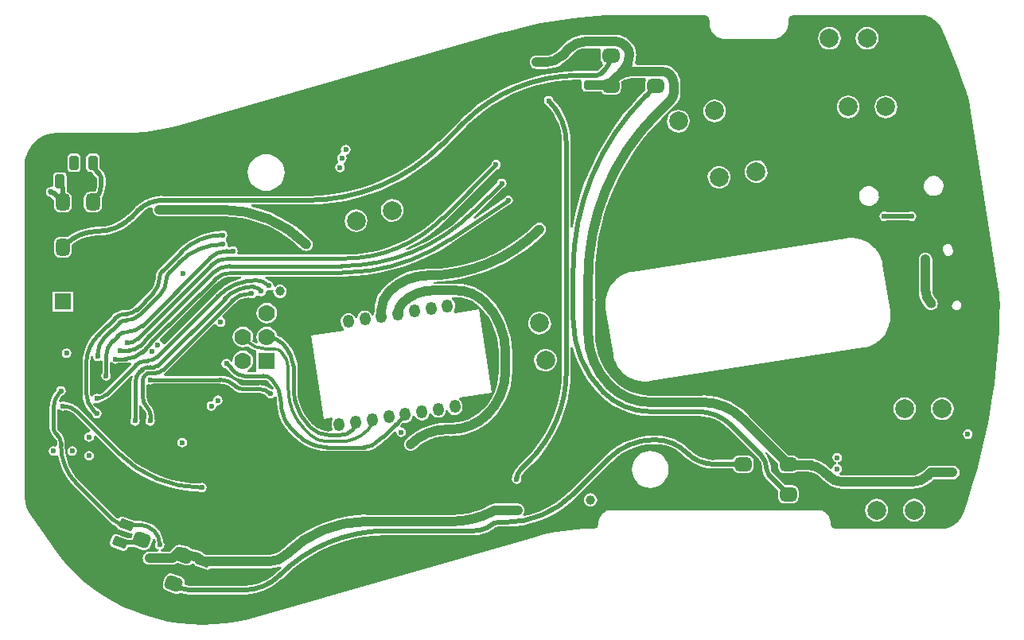
<source format=gbr>
%TF.GenerationSoftware,Altium Limited,Altium Designer,22.6.1 (34)*%
G04 Layer_Physical_Order=4*
G04 Layer_Color=16711680*
%FSLAX45Y45*%
%MOMM*%
%TF.SameCoordinates,EFAF5BE3-474D-4A98-89D0-AE48FBC3E593*%
%TF.FilePolarity,Positive*%
%TF.FileFunction,Copper,L4,Bot,Signal*%
%TF.Part,Single*%
G01*
G75*
%TA.AperFunction,Conductor*%
%ADD11C,0.50000*%
%ADD12C,0.40000*%
%ADD14C,0.60000*%
%ADD15C,1.00000*%
%ADD17C,0.30000*%
%TA.AperFunction,TestPad*%
G04:AMPARAMS|DCode=21|XSize=1.5mm|YSize=1mm|CornerRadius=0.15mm|HoleSize=0mm|Usage=FLASHONLY|Rotation=180.000|XOffset=0mm|YOffset=0mm|HoleType=Round|Shape=RoundedRectangle|*
%AMROUNDEDRECTD21*
21,1,1.50000,0.70000,0,0,180.0*
21,1,1.20000,1.00000,0,0,180.0*
1,1,0.30000,-0.60000,0.35000*
1,1,0.30000,0.60000,0.35000*
1,1,0.30000,0.60000,-0.35000*
1,1,0.30000,-0.60000,-0.35000*
%
%ADD21ROUNDEDRECTD21*%
G04:AMPARAMS|DCode=22|XSize=1.5mm|YSize=1mm|CornerRadius=0.15mm|HoleSize=0mm|Usage=FLASHONLY|Rotation=270.000|XOffset=0mm|YOffset=0mm|HoleType=Round|Shape=RoundedRectangle|*
%AMROUNDEDRECTD22*
21,1,1.50000,0.70000,0,0,270.0*
21,1,1.20000,1.00000,0,0,270.0*
1,1,0.30000,-0.35000,-0.60000*
1,1,0.30000,-0.35000,0.60000*
1,1,0.30000,0.35000,0.60000*
1,1,0.30000,0.35000,-0.60000*
%
%ADD22ROUNDEDRECTD22*%
%TA.AperFunction,SMDPad,CuDef*%
G04:AMPARAMS|DCode=34|XSize=1.8mm|YSize=1.5mm|CornerRadius=0.45mm|HoleSize=0mm|Usage=FLASHONLY|Rotation=90.000|XOffset=0mm|YOffset=0mm|HoleType=Round|Shape=RoundedRectangle|*
%AMROUNDEDRECTD34*
21,1,1.80000,0.60000,0,0,90.0*
21,1,0.90000,1.50000,0,0,90.0*
1,1,0.90000,0.30000,0.45000*
1,1,0.90000,0.30000,-0.45000*
1,1,0.90000,-0.30000,-0.45000*
1,1,0.90000,-0.30000,0.45000*
%
%ADD34ROUNDEDRECTD34*%
G04:AMPARAMS|DCode=37|XSize=1.8mm|YSize=1.5mm|CornerRadius=0.45mm|HoleSize=0mm|Usage=FLASHONLY|Rotation=180.000|XOffset=0mm|YOffset=0mm|HoleType=Round|Shape=RoundedRectangle|*
%AMROUNDEDRECTD37*
21,1,1.80000,0.60000,0,0,180.0*
21,1,0.90000,1.50000,0,0,180.0*
1,1,0.90000,-0.45000,0.30000*
1,1,0.90000,0.45000,0.30000*
1,1,0.90000,0.45000,-0.30000*
1,1,0.90000,-0.45000,-0.30000*
%
%ADD37ROUNDEDRECTD37*%
%ADD55P,1.43684X4X180.0*%
%TA.AperFunction,ComponentPad*%
G04:AMPARAMS|DCode=57|XSize=1.1mm|YSize=2.1mm|CornerRadius=0.55mm|HoleSize=0mm|Usage=FLASHONLY|Rotation=278.887|XOffset=0mm|YOffset=0mm|HoleType=Round|Shape=RoundedRectangle|*
%AMROUNDEDRECTD57*
21,1,1.10000,1.00000,0,0,278.9*
21,1,0.00000,2.10000,0,0,278.9*
1,1,1.10000,-0.49400,-0.07724*
1,1,1.10000,-0.49400,-0.07724*
1,1,1.10000,0.49400,0.07724*
1,1,1.10000,0.49400,0.07724*
%
%ADD57ROUNDEDRECTD57*%
%TA.AperFunction,TestPad*%
G04:AMPARAMS|DCode=58|XSize=1.1mm|YSize=2.1mm|CornerRadius=0.55mm|HoleSize=0mm|Usage=FLASHONLY|Rotation=278.887|XOffset=0mm|YOffset=0mm|HoleType=Round|Shape=RoundedRectangle|*
%AMROUNDEDRECTD58*
21,1,1.10000,1.00000,0,0,278.9*
21,1,0.00000,2.10000,0,0,278.9*
1,1,1.10000,-0.49400,-0.07724*
1,1,1.10000,-0.49400,-0.07724*
1,1,1.10000,0.49400,0.07724*
1,1,1.10000,0.49400,0.07724*
%
%ADD58ROUNDEDRECTD58*%
G04:AMPARAMS|DCode=59|XSize=1.1mm|YSize=2.6mm|CornerRadius=0.55mm|HoleSize=0mm|Usage=FLASHONLY|Rotation=278.887|XOffset=0mm|YOffset=0mm|HoleType=Round|Shape=RoundedRectangle|*
%AMROUNDEDRECTD59*
21,1,1.10000,1.50000,0,0,278.9*
21,1,0.00000,2.60000,0,0,278.9*
1,1,1.10000,-0.74100,-0.11587*
1,1,1.10000,-0.74100,-0.11586*
1,1,1.10000,0.74100,0.11587*
1,1,1.10000,0.74100,0.11586*
%
%ADD59ROUNDEDRECTD59*%
%ADD60R,1.77800X1.77800*%
%ADD61C,1.77800*%
%TA.AperFunction,ComponentPad*%
%ADD62C,2.00000*%
G04:AMPARAMS|DCode=63|XSize=1.2mm|YSize=1.4mm|CornerRadius=0mm|HoleSize=0mm|Usage=FLASHONLY|Rotation=8.887|XOffset=0mm|YOffset=0mm|HoleType=Round|Shape=Round|*
%AMOVALD63*
21,1,0.20000,1.20000,0.00000,0.00000,98.9*
1,1,1.20000,0.01545,-0.09880*
1,1,1.20000,-0.01545,0.09880*
%
%ADD63OVALD63*%

%TA.AperFunction,ViaPad*%
%ADD64C,0.60000*%
%ADD65C,1.00000*%
%ADD66C,0.80000*%
%ADD67C,1.01600*%
%TA.AperFunction,TestPad*%
G04:AMPARAMS|DCode=69|XSize=1.5mm|YSize=1mm|CornerRadius=0.15mm|HoleSize=0mm|Usage=FLASHONLY|Rotation=340.000|XOffset=0mm|YOffset=0mm|HoleType=Round|Shape=RoundedRectangle|*
%AMROUNDEDRECTD69*
21,1,1.50000,0.70000,0,0,340.0*
21,1,1.20000,1.00000,0,0,340.0*
1,1,0.30000,0.44411,-0.53411*
1,1,0.30000,-0.68352,-0.12368*
1,1,0.30000,-0.44411,0.53411*
1,1,0.30000,0.68352,0.12368*
%
%ADD69ROUNDEDRECTD69*%
%TA.AperFunction,SMDPad,CuDef*%
G04:AMPARAMS|DCode=70|XSize=1.8mm|YSize=1.5mm|CornerRadius=0.45mm|HoleSize=0mm|Usage=FLASHONLY|Rotation=340.000|XOffset=0mm|YOffset=0mm|HoleType=Round|Shape=RoundedRectangle|*
%AMROUNDEDRECTD70*
21,1,1.80000,0.60000,0,0,340.0*
21,1,0.90000,1.50000,0,0,340.0*
1,1,0.90000,0.32026,-0.43582*
1,1,0.90000,-0.52547,-0.12800*
1,1,0.90000,-0.32026,0.43582*
1,1,0.90000,0.52547,0.12800*
%
%ADD70ROUNDEDRECTD70*%
G36*
X7275922Y6534230D02*
X7287364Y6531954D01*
X7298140Y6527491D01*
X7307839Y6521010D01*
X7316087Y6512762D01*
X7322568Y6503062D01*
X7327032Y6492285D01*
X7329308Y6480844D01*
Y6455012D01*
X7329506Y6454016D01*
X7329357Y6453011D01*
X7330031Y6439289D01*
X7330766Y6436357D01*
Y6433334D01*
X7336120Y6406416D01*
X7337657Y6402705D01*
X7338440Y6398765D01*
X7348943Y6373410D01*
X7351175Y6370070D01*
X7352712Y6366359D01*
X7367960Y6343540D01*
X7370799Y6340700D01*
X7373031Y6337359D01*
X7392438Y6317953D01*
X7395777Y6315722D01*
X7398617Y6312882D01*
X7421436Y6297634D01*
X7425148Y6296096D01*
X7428488Y6293865D01*
X7453843Y6283363D01*
X7457783Y6282579D01*
X7461494Y6281042D01*
X7488411Y6275688D01*
X7491434D01*
X7494367Y6274953D01*
X7508089Y6274279D01*
X7509094Y6274428D01*
X7510090Y6274230D01*
X7990090Y6274230D01*
X7991086Y6274428D01*
X7992091Y6274279D01*
X8005813Y6274953D01*
X8008746Y6275688D01*
X8011769D01*
X8038686Y6281042D01*
X8042397Y6282579D01*
X8046337Y6283363D01*
X8071692Y6293865D01*
X8075032Y6296097D01*
X8078743Y6297634D01*
X8101563Y6312882D01*
X8104402Y6315722D01*
X8107743Y6317954D01*
X8127149Y6337360D01*
X8129380Y6340700D01*
X8132220Y6343540D01*
X8147468Y6366359D01*
X8149005Y6370070D01*
X8151237Y6373410D01*
X8161740Y6398766D01*
X8162523Y6402705D01*
X8164060Y6406416D01*
X8169414Y6433334D01*
Y6436357D01*
X8170149Y6439288D01*
X8170823Y6453011D01*
X8170674Y6454016D01*
X8170872Y6455012D01*
Y6480845D01*
X8173148Y6492285D01*
X8177612Y6503061D01*
X8184093Y6512761D01*
X8192340Y6521009D01*
X8202041Y6527490D01*
X8212817Y6531954D01*
X8224258Y6534230D01*
X8230090D01*
X9568893Y6534230D01*
X9587507Y6534230D01*
X9624355Y6528911D01*
X9660062Y6518382D01*
X9693900Y6502858D01*
X9725173Y6482659D01*
X9753238Y6458199D01*
X9777521Y6429979D01*
X9797522Y6398580D01*
X9842032Y6299925D01*
X9911508Y6134705D01*
X9976711Y5967741D01*
X10037589Y5799162D01*
X10065847Y5714120D01*
X10072113Y5695260D01*
X10083070Y5657068D01*
X10092438Y5618443D01*
X10100198Y5579467D01*
X10103268Y5559838D01*
X10409030Y3604360D01*
X10412099Y3584734D01*
X10416607Y3545243D01*
X10419476Y3505611D01*
X10420701Y3465887D01*
X10420491Y3446020D01*
X10419496Y3352080D01*
X10412435Y3164307D01*
X10400309Y2976808D01*
X10383125Y2789693D01*
X10360897Y2603128D01*
X10333638Y2417207D01*
X10301373Y2232104D01*
X10264121Y2047932D01*
X10221915Y1864849D01*
X10174777Y1682955D01*
X10122748Y1502405D01*
X10065864Y1323325D01*
X10035015Y1234584D01*
X10028426Y1215630D01*
X10009569Y1180198D01*
X9985483Y1148092D01*
X9956742Y1120075D01*
X9924032Y1096816D01*
X9888133Y1078869D01*
X9849897Y1066661D01*
X9810238Y1060483D01*
X9790181Y1060483D01*
X8680011Y1060782D01*
X8680005Y1060781D01*
X8680000Y1060782D01*
X8674167D01*
X8662726Y1063058D01*
X8651950Y1067521D01*
X8642251Y1074002D01*
X8634002Y1082252D01*
X8627521Y1091950D01*
X8623058Y1102727D01*
X8620782Y1114167D01*
Y1120000D01*
X8620584Y1120996D01*
X8620733Y1122002D01*
X8620251Y1131803D01*
X8619517Y1134735D01*
Y1137758D01*
X8615692Y1156985D01*
X8614155Y1160696D01*
X8613372Y1164635D01*
X8605870Y1182746D01*
X8603638Y1186086D01*
X8602101Y1189798D01*
X8591209Y1206097D01*
X8588370Y1208937D01*
X8586138Y1212277D01*
X8572277Y1226138D01*
X8568937Y1228369D01*
X8566097Y1231210D01*
X8549797Y1242101D01*
X8546086Y1243639D01*
X8542746Y1245870D01*
X8524635Y1253372D01*
X8520696Y1254155D01*
X8516984Y1255693D01*
X8497758Y1259517D01*
X8494735D01*
X8491803Y1260252D01*
X8482001Y1260733D01*
X8480996Y1260584D01*
X8480000Y1260782D01*
X6290000D01*
X6289004Y1260584D01*
X6287999Y1260733D01*
X6278197Y1260252D01*
X6275265Y1259517D01*
X6272242D01*
X6253015Y1255693D01*
X6249304Y1254155D01*
X6245365Y1253372D01*
X6227254Y1245870D01*
X6223914Y1243639D01*
X6220202Y1242101D01*
X6203903Y1231210D01*
X6201063Y1228370D01*
X6197723Y1226138D01*
X6183862Y1212277D01*
X6181631Y1208938D01*
X6178790Y1206097D01*
X6167899Y1189798D01*
X6166361Y1186086D01*
X6164130Y1182746D01*
X6156628Y1164635D01*
X6155844Y1160696D01*
X6154307Y1156985D01*
X6150483Y1137758D01*
Y1134735D01*
X6149748Y1131802D01*
X6149267Y1122000D01*
X6149416Y1120996D01*
X6149218Y1120000D01*
Y1114168D01*
X6146942Y1102727D01*
X6142478Y1091950D01*
X6135998Y1082252D01*
X6127748Y1074002D01*
X6118050Y1067522D01*
X6107273Y1063058D01*
X6095833Y1060782D01*
X6090000D01*
X6089804Y1060743D01*
X6089608Y1060780D01*
X6058493Y1060481D01*
X6058334Y1060448D01*
X6058173Y1060477D01*
X5988374Y1059258D01*
X5987315Y1059029D01*
X5986241Y1059165D01*
X5846983Y1049427D01*
X5845592Y1049048D01*
X5844152Y1049130D01*
X5705913Y1029702D01*
X5704551Y1029226D01*
X5703109Y1029207D01*
X5566562Y1000183D01*
X5565567Y999756D01*
X5564486Y999685D01*
X5497055Y981617D01*
X5496730Y981457D01*
X5496369Y981427D01*
X2480492Y116638D01*
X2421497Y99721D01*
X2301627Y73340D01*
X2180334Y54512D01*
X2058107Y43314D01*
X1935414Y39787D01*
X1812743Y43945D01*
X1690571Y55773D01*
X1569382Y75224D01*
X1449643Y102223D01*
X1331833Y136662D01*
X1216411Y178405D01*
X1103821Y227294D01*
X994515Y283133D01*
X888922Y345700D01*
X787447Y414757D01*
X690493Y490029D01*
X598445Y571218D01*
X511650Y658017D01*
X430464Y750071D01*
X355200Y847024D01*
X320674Y897764D01*
X103029Y1217616D01*
X103028Y1217617D01*
X87907Y1239839D01*
X64616Y1288287D01*
X48794Y1339664D01*
X40794Y1392822D01*
Y1419701D01*
Y4919701D01*
Y4943246D01*
X46940Y4989930D01*
X59128Y5035415D01*
X77148Y5078919D01*
X100692Y5119699D01*
X129358Y5157057D01*
X162656Y5190355D01*
X200012Y5219019D01*
X240795Y5242565D01*
X284297Y5260585D01*
X329782Y5272772D01*
X376467Y5278918D01*
X400012Y5278919D01*
X1118930D01*
X1119285Y5278989D01*
X1119642Y5278925D01*
X1189441Y5280143D01*
X1190499Y5280373D01*
X1191574Y5280236D01*
X1330832Y5289974D01*
X1332223Y5290353D01*
X1333663Y5290272D01*
X1471902Y5309700D01*
X1473264Y5310175D01*
X1474705Y5310194D01*
X1611253Y5339218D01*
X1612248Y5339646D01*
X1613329Y5339717D01*
X1680760Y5357785D01*
X1681085Y5357945D01*
X1681446Y5357975D01*
X5113562Y6342118D01*
X5196768Y6365977D01*
X5364761Y6407863D01*
X5534095Y6443856D01*
X5704602Y6473921D01*
X5876038Y6498014D01*
X6048214Y6516111D01*
X6220925Y6528188D01*
X6393943Y6534230D01*
X6480508Y6534230D01*
X7270088D01*
X7275922Y6534230D01*
D02*
G37*
%LPC*%
G36*
X9007500Y6406036D02*
X8976174Y6401912D01*
X8946982Y6389820D01*
X8921915Y6370585D01*
X8902680Y6345518D01*
X8890589Y6316327D01*
X8886464Y6285000D01*
X8890589Y6253674D01*
X8902680Y6224483D01*
X8921915Y6199415D01*
X8946982Y6180180D01*
X8976174Y6168089D01*
X9007500Y6163965D01*
X9038826Y6168089D01*
X9068018Y6180180D01*
X9093085Y6199415D01*
X9112320Y6224483D01*
X9124411Y6253674D01*
X9128535Y6285000D01*
X9124411Y6316327D01*
X9112320Y6345518D01*
X9093085Y6370585D01*
X9068018Y6389820D01*
X9038826Y6401912D01*
X9007500Y6406036D01*
D02*
G37*
G36*
X8607500D02*
X8576173Y6401912D01*
X8546982Y6389820D01*
X8521915Y6370585D01*
X8502680Y6345518D01*
X8490588Y6316327D01*
X8486464Y6285000D01*
X8490588Y6253674D01*
X8502680Y6224483D01*
X8521915Y6199415D01*
X8546982Y6180180D01*
X8576173Y6168089D01*
X8607500Y6163965D01*
X8638826Y6168089D01*
X8668017Y6180180D01*
X8693085Y6199415D01*
X8712320Y6224483D01*
X8724411Y6253674D01*
X8728535Y6285000D01*
X8724411Y6316327D01*
X8712320Y6345518D01*
X8693085Y6370585D01*
X8668017Y6389820D01*
X8638826Y6401912D01*
X8607500Y6406036D01*
D02*
G37*
G36*
X6015210Y6321002D02*
X5964369Y6317000D01*
X5914779Y6305095D01*
X5867663Y6285578D01*
X5824179Y6258932D01*
X5785400Y6225811D01*
X5785681Y6225530D01*
X5714470Y6154319D01*
X5713889Y6153561D01*
X5686800Y6131330D01*
X5655056Y6114362D01*
X5620611Y6103914D01*
X5585738Y6100479D01*
X5584790Y6100604D01*
X5490000D01*
X5471726Y6098198D01*
X5454698Y6091145D01*
X5440075Y6079924D01*
X5428855Y6065302D01*
X5421802Y6048273D01*
X5419396Y6030000D01*
X5421802Y6011726D01*
X5428855Y5994698D01*
X5440075Y5980075D01*
X5454698Y5968855D01*
X5471726Y5961802D01*
X5490000Y5959396D01*
X5584790D01*
Y5958998D01*
X5635631Y5963000D01*
X5685221Y5974905D01*
X5732337Y5994421D01*
X5775821Y6021068D01*
X5814601Y6054189D01*
X5814319Y6054470D01*
X5885530Y6125681D01*
X5886111Y6126439D01*
X5913200Y6148670D01*
X5944944Y6165637D01*
X5979389Y6176086D01*
X6014263Y6179521D01*
X6015210Y6179396D01*
X6165359D01*
X6171645Y6171276D01*
X6176688Y6159076D01*
X6171673Y6146968D01*
X6169439Y6130000D01*
Y6070000D01*
X6171673Y6053032D01*
X6178222Y6037220D01*
X6188641Y6023642D01*
X6193931Y6019583D01*
X6197492Y5996704D01*
X6196592Y5993559D01*
X6185168Y5979639D01*
X6183916Y5978803D01*
X6147557Y5942443D01*
X6147496Y5942352D01*
X6140305Y5937547D01*
X6131823Y5935860D01*
X6131715Y5935881D01*
X5937754D01*
X5937528Y5936133D01*
Y5936133D01*
X5810659Y5931602D01*
X5684436Y5918031D01*
X5559502Y5895491D01*
X5436495Y5864095D01*
X5316041Y5824004D01*
X5198754Y5775423D01*
X5085232Y5718597D01*
X4976053Y5653818D01*
X4871773Y5581416D01*
X4772924Y5501758D01*
X4694441Y5428688D01*
X4680009Y5415252D01*
X4679718Y5414939D01*
X4679718Y5414939D01*
Y5414604D01*
X4452094Y5186980D01*
X4449961Y5183788D01*
X4348893Y5089691D01*
X4238595Y5000807D01*
X4122237Y4920018D01*
X4000413Y4847736D01*
X3873742Y4784330D01*
X3742871Y4730121D01*
X3608465Y4685387D01*
X3471211Y4650354D01*
X3331808Y4625203D01*
X3190965Y4610061D01*
X3053160Y4605139D01*
X3049452Y4605881D01*
X3049227Y4605882D01*
X3049201Y4605876D01*
X3049175Y4605882D01*
X1508753D01*
Y4606250D01*
X1445339Y4601259D01*
X1383486Y4586409D01*
X1324718Y4562067D01*
X1270482Y4528830D01*
X1237058Y4500284D01*
X1222112Y4487519D01*
X1221960Y4487342D01*
X1207936Y4472822D01*
X1144289Y4409176D01*
X1143005Y4407253D01*
X1099793Y4369358D01*
X1050287Y4336278D01*
X996886Y4309944D01*
X940504Y4290805D01*
X882107Y4279189D01*
X842559Y4276597D01*
X822432Y4276130D01*
Y4276129D01*
X752798Y4271565D01*
X684098Y4257900D01*
X617770Y4235384D01*
X554948Y4204404D01*
X499428Y4167307D01*
X496968Y4168326D01*
X480000Y4170560D01*
X420000D01*
X403031Y4168326D01*
X387220Y4161777D01*
X373642Y4151358D01*
X363223Y4137780D01*
X356673Y4121968D01*
X354439Y4104999D01*
Y4015000D01*
X356673Y3998031D01*
X363223Y3982219D01*
X373642Y3968641D01*
X387220Y3958222D01*
X403031Y3951673D01*
X420000Y3949439D01*
X480000D01*
X496968Y3951673D01*
X512780Y3958222D01*
X526358Y3968641D01*
X536777Y3982219D01*
X543327Y3998031D01*
X545561Y4015000D01*
Y4086937D01*
X552388Y4092925D01*
X600681Y4125193D01*
X652772Y4150881D01*
X707771Y4169551D01*
X764736Y4180882D01*
X802327Y4183346D01*
X822433Y4183846D01*
X822694Y4183829D01*
X842335Y4185117D01*
X894046Y4188506D01*
X964177Y4202456D01*
X1031888Y4225441D01*
X1096020Y4257067D01*
X1155474Y4296793D01*
X1194409Y4330938D01*
X1209235Y4343940D01*
X1209383Y4344109D01*
X1223481Y4358595D01*
X1287113Y4422227D01*
X1288328Y4424045D01*
X1324295Y4454763D01*
X1366282Y4480493D01*
X1388719Y4489787D01*
X1397818Y4483705D01*
X1405478Y4474735D01*
X1403538Y4460000D01*
X1405944Y4441726D01*
X1412997Y4424698D01*
X1424218Y4410076D01*
X1438840Y4398855D01*
X1455869Y4391802D01*
X1474142Y4389396D01*
X2146369D01*
X2146688Y4389396D01*
X2146744Y4389396D01*
X2166898Y4388986D01*
X2250729Y4385325D01*
X2353925Y4371740D01*
X2455544Y4349211D01*
X2554814Y4317912D01*
X2650977Y4278080D01*
X2743303Y4230018D01*
X2831088Y4174092D01*
X2913665Y4110728D01*
X2975537Y4054034D01*
X2990075Y4040075D01*
X3004698Y4028855D01*
X3005594Y4028484D01*
X3021726Y4021802D01*
X3040000Y4019396D01*
X3058274Y4021802D01*
X3075302Y4028855D01*
X3089924Y4040075D01*
X3101145Y4054698D01*
X3108198Y4071726D01*
X3110604Y4090000D01*
X3108198Y4108273D01*
X3101145Y4125302D01*
X3089925Y4139924D01*
X3089924Y4139924D01*
X3090225Y4140225D01*
X3075403Y4153925D01*
X3013290Y4211342D01*
X2931014Y4276203D01*
X2843903Y4334409D01*
X2752494Y4385600D01*
X2657350Y4429462D01*
X2559058Y4465724D01*
X2458225Y4494162D01*
X2460190Y4514118D01*
X3029175D01*
X3049401Y4513888D01*
D01*
X3069543Y4514548D01*
X3185146Y4518332D01*
X3320308Y4531645D01*
X3454311Y4553769D01*
X3586579Y4584609D01*
X3716548Y4624035D01*
X3843659Y4671876D01*
X3967370Y4727929D01*
X4087149Y4791952D01*
X4202485Y4863673D01*
X4312883Y4942783D01*
X4417871Y5028944D01*
X4502440Y5108152D01*
X4516999Y5121787D01*
X4517142Y5121940D01*
X4517142Y5121940D01*
Y5122255D01*
X4744780Y5349893D01*
X4746474Y5352428D01*
X4832731Y5432737D01*
X4926504Y5508304D01*
X5025428Y5576988D01*
X5129001Y5638441D01*
X5236693Y5692348D01*
X5347957Y5738435D01*
X5462225Y5776467D01*
X5578915Y5806250D01*
X5697433Y5827633D01*
X5817174Y5840506D01*
X5917224Y5844080D01*
X5937528Y5844118D01*
X5937579Y5844118D01*
X5937805Y5844118D01*
X5958262D01*
X5974314Y5824760D01*
Y5754760D01*
X5977031Y5741104D01*
X5984766Y5729527D01*
X5996344Y5721791D01*
X6010000Y5719074D01*
X6130000D01*
X6130411Y5719156D01*
X6177420D01*
X6178222Y5717220D01*
X6188641Y5703642D01*
X6202219Y5693223D01*
X6218031Y5686673D01*
X6234999Y5684439D01*
X6324999D01*
X6341968Y5686673D01*
X6357780Y5693223D01*
X6371358Y5703642D01*
X6381776Y5717220D01*
X6388326Y5733032D01*
X6390560Y5750000D01*
Y5810000D01*
X6389250Y5819949D01*
X6399876Y5828670D01*
X6431621Y5845638D01*
X6466066Y5856086D01*
X6500939Y5859521D01*
X6501887Y5859396D01*
X6645360D01*
X6651646Y5851276D01*
X6656688Y5839076D01*
X6651673Y5826969D01*
X6649439Y5810000D01*
Y5750000D01*
X6651263Y5736149D01*
X6619672Y5704558D01*
X6619434Y5704796D01*
X6619282Y5704653D01*
X6605563Y5690078D01*
X6508242Y5586692D01*
X6404526Y5462243D01*
X6308513Y5331758D01*
X6220554Y5195714D01*
X6140970Y5054607D01*
X6070051Y4908953D01*
X6008055Y4759283D01*
X5955210Y4606142D01*
X5911707Y4450090D01*
X5877706Y4291697D01*
X5874144Y4268292D01*
X5853882Y4269825D01*
Y5165903D01*
X5854083Y5166129D01*
X5854082D01*
X5849757Y5243154D01*
X5836834Y5319212D01*
X5815477Y5393345D01*
X5785954Y5464619D01*
X5748636Y5532141D01*
X5703993Y5595060D01*
X5667909Y5635438D01*
X5667099Y5639509D01*
X5656048Y5656048D01*
X5639509Y5667099D01*
X5620000Y5670980D01*
X5600491Y5667099D01*
X5583952Y5656048D01*
X5572901Y5639509D01*
X5569020Y5620000D01*
X5572901Y5600491D01*
X5583952Y5583952D01*
X5600491Y5572901D01*
X5601585Y5572683D01*
X5632523Y5538064D01*
X5671234Y5483506D01*
X5703593Y5424957D01*
X5729193Y5363152D01*
X5747712Y5298871D01*
X5758918Y5232919D01*
X5761541Y5186210D01*
X5762118Y5166129D01*
X5762118Y5166078D01*
X5762119Y5165851D01*
Y2740857D01*
X5762825Y2737303D01*
X5757981Y2626348D01*
X5743021Y2512712D01*
X5718213Y2400811D01*
X5683747Y2291498D01*
X5639884Y2185605D01*
X5586960Y2083938D01*
X5525376Y1987271D01*
X5455601Y1896339D01*
X5380570Y1814456D01*
X5377557Y1812443D01*
X5289983Y1724870D01*
X5289957Y1724896D01*
X5266232Y1695987D01*
X5248603Y1663005D01*
X5237747Y1627218D01*
X5236539Y1614954D01*
X5232901Y1609509D01*
X5229021Y1590000D01*
X5232901Y1570491D01*
X5243952Y1553952D01*
X5260491Y1542901D01*
X5280000Y1539021D01*
X5299509Y1542901D01*
X5316048Y1553952D01*
X5327099Y1570491D01*
X5330980Y1590000D01*
X5327634Y1606821D01*
X5328807Y1615735D01*
X5338741Y1639717D01*
X5353684Y1659191D01*
X5354870Y1659983D01*
X5442443Y1747557D01*
X5442586Y1747414D01*
X5517468Y1828422D01*
X5585764Y1915054D01*
X5647051Y2006778D01*
X5700954Y2103028D01*
X5747138Y2203210D01*
X5785320Y2306707D01*
X5815264Y2412880D01*
X5836786Y2521076D01*
X5849752Y2630626D01*
X5854083Y2740857D01*
X5853882D01*
Y2990894D01*
X5874202Y2994022D01*
X5903197Y2902059D01*
X5941556Y2809454D01*
X5987839Y2720545D01*
X6041695Y2636008D01*
X6102714Y2556487D01*
X6157074Y2497163D01*
X6170503Y2482409D01*
Y2482409D01*
X6170503Y2482409D01*
X6232836Y2426705D01*
X6301116Y2378258D01*
X6374392Y2337760D01*
X6451741Y2305721D01*
X6532191Y2282544D01*
X6614730Y2268520D01*
X6678345Y2264947D01*
X6698320Y2263825D01*
X6698322Y2263825D01*
Y2264118D01*
X6698323Y2264118D01*
X7203632D01*
X7203858Y2264118D01*
X7203910Y2264118D01*
X7223942Y2263424D01*
X7265330Y2260712D01*
X7325701Y2248703D01*
X7383988Y2228918D01*
X7439193Y2201693D01*
X7490373Y2167496D01*
X7521469Y2140226D01*
X7536129Y2126561D01*
X7536168Y2126518D01*
X7536368Y2126319D01*
X7838562Y1824125D01*
X7840066Y1823120D01*
X7862590Y1795675D01*
X7880167Y1762790D01*
X7890991Y1727108D01*
X7892696Y1709805D01*
X7893940Y1690000D01*
X7893940D01*
X7898161Y1657936D01*
X7910538Y1628058D01*
X7930225Y1602401D01*
X7930351Y1602527D01*
X7930352Y1602526D01*
X8059806Y1473072D01*
X8057982Y1459222D01*
Y1399222D01*
X8060216Y1382253D01*
X8066766Y1366441D01*
X8077185Y1352863D01*
X8090763Y1342445D01*
X8106574Y1335895D01*
X8123543Y1333661D01*
X8213543D01*
X8230511Y1335895D01*
X8246323Y1342445D01*
X8259901Y1352863D01*
X8270320Y1366441D01*
X8276869Y1382253D01*
X8279103Y1399222D01*
Y1459222D01*
X8276869Y1476190D01*
X8270320Y1492002D01*
X8259901Y1505580D01*
X8246323Y1515999D01*
X8230511Y1522548D01*
X8213543Y1524782D01*
X8137868D01*
X7995237Y1667413D01*
X7994747Y1667741D01*
X7988101Y1677688D01*
X7985767Y1689422D01*
X7985882Y1690000D01*
X7985859Y1690116D01*
X7982403Y1734025D01*
X7972094Y1776967D01*
X7955194Y1817767D01*
X7932119Y1855421D01*
X7922529Y1866649D01*
X7937462Y1880453D01*
X8057982Y1759933D01*
Y1719222D01*
X8060216Y1702253D01*
X8066766Y1686441D01*
X8077185Y1672863D01*
X8090763Y1662444D01*
X8106574Y1655895D01*
X8123543Y1653661D01*
X8213543D01*
X8230511Y1655895D01*
X8246323Y1662444D01*
X8254681Y1668858D01*
X8318131D01*
X8318543Y1668776D01*
X8381207D01*
X8412843Y1665660D01*
X8445825Y1655655D01*
X8476221Y1639408D01*
X8502254Y1618043D01*
X8502736Y1617415D01*
X8550076Y1570076D01*
X8549902Y1569902D01*
X8582799Y1541805D01*
X8619687Y1519200D01*
X8659656Y1502644D01*
X8701724Y1492545D01*
X8744853Y1489150D01*
Y1489396D01*
X9484790D01*
Y1488998D01*
X9535631Y1493000D01*
X9585221Y1504905D01*
X9632337Y1524421D01*
X9675821Y1551068D01*
X9714600Y1584189D01*
X9732764Y1589396D01*
X9920000D01*
X9938273Y1591802D01*
X9955302Y1598855D01*
X9969924Y1610076D01*
X9981145Y1624698D01*
X9988198Y1641726D01*
X9990604Y1660000D01*
X9988198Y1678274D01*
X9981145Y1695302D01*
X9969924Y1709924D01*
X9955302Y1721145D01*
X9938273Y1728198D01*
X9920000Y1730604D01*
X9690000D01*
X9671726Y1728198D01*
X9654698Y1721145D01*
X9640075Y1709924D01*
X9614470Y1684319D01*
X9613889Y1683561D01*
X9586800Y1661330D01*
X9555056Y1644362D01*
X9520611Y1633914D01*
X9485737Y1630479D01*
X9484790Y1630604D01*
X8744853D01*
X8743005Y1630360D01*
X8722351Y1633080D01*
X8712812Y1652869D01*
X8713202Y1655369D01*
X8726048Y1663952D01*
X8737099Y1680491D01*
X8740979Y1700000D01*
X8737099Y1719509D01*
X8726048Y1736048D01*
X8709509Y1747099D01*
X8696730Y1749641D01*
Y1770359D01*
X8709509Y1772901D01*
X8726048Y1783952D01*
X8737099Y1800491D01*
X8740979Y1820000D01*
X8737099Y1839509D01*
X8726048Y1856048D01*
X8709509Y1867099D01*
X8690000Y1870979D01*
X8670491Y1867099D01*
X8653952Y1856048D01*
X8642901Y1839509D01*
X8639020Y1820000D01*
X8642901Y1800491D01*
X8653952Y1783952D01*
X8670491Y1772901D01*
X8683270Y1770359D01*
Y1749641D01*
X8670491Y1747099D01*
X8653952Y1736048D01*
X8642901Y1719509D01*
X8640607Y1707979D01*
X8619919Y1699975D01*
X8619874Y1699975D01*
X8602585Y1717264D01*
X8602849Y1717528D01*
X8564999Y1749856D01*
X8522556Y1775865D01*
X8476568Y1794914D01*
X8465137Y1797658D01*
X8463776Y1799695D01*
X8452199Y1807431D01*
X8438542Y1810147D01*
X8382254D01*
X8378543Y1810439D01*
Y1810147D01*
X8318543D01*
X8318131Y1810065D01*
X8271122D01*
X8270320Y1812002D01*
X8259901Y1825580D01*
X8246323Y1835999D01*
X8230511Y1842548D01*
X8213543Y1844782D01*
X8172831D01*
X7749784Y2267829D01*
X7735878Y2282390D01*
X7735878Y2282390D01*
X7679158Y2333078D01*
X7617120Y2377096D01*
X7550543Y2413892D01*
X7480266Y2443002D01*
X7407171Y2464060D01*
X7332178Y2476802D01*
X7256231Y2481067D01*
Y2481067D01*
X7255911Y2480604D01*
X6698134D01*
X6698106Y2480600D01*
X6698078Y2480604D01*
X6697759Y2480604D01*
X6695367Y2480287D01*
X6628125Y2484694D01*
X6559628Y2498319D01*
X6493496Y2520768D01*
X6430859Y2551657D01*
X6372791Y2590457D01*
X6322398Y2634650D01*
X6321019Y2636444D01*
X6320468Y2636994D01*
X6320466Y2636996D01*
X6320465Y2636998D01*
X6320423Y2637038D01*
X6318190Y2638749D01*
X6265895Y2697267D01*
X6219568Y2762558D01*
X6180844Y2832626D01*
X6150207Y2906588D01*
X6128045Y2983515D01*
X6114635Y3062441D01*
X6110285Y3139908D01*
X6110604Y3142317D01*
X6110604Y3142636D01*
X6110600Y3142664D01*
X6110604Y3142692D01*
Y3463993D01*
X6111145Y3464698D01*
X6118198Y3481727D01*
X6120604Y3500000D01*
X6118198Y3518274D01*
X6111145Y3535302D01*
X6110604Y3536007D01*
Y3723680D01*
X6110600Y3723708D01*
X6110604Y3723736D01*
X6110604Y3724055D01*
X6110253Y3726701D01*
X6114563Y3869320D01*
X6127720Y4014109D01*
X6149596Y4157840D01*
X6180109Y4299988D01*
X6219150Y4440034D01*
X6266575Y4577467D01*
X6322212Y4711786D01*
X6385857Y4842501D01*
X6457279Y4969134D01*
X6536216Y5091225D01*
X6622381Y5208326D01*
X6715459Y5320011D01*
X6813419Y5424076D01*
X6815592Y5425743D01*
X6969924Y5580075D01*
X6970087Y5579913D01*
X6991634Y5606168D01*
X7007646Y5636123D01*
X7017505Y5668625D01*
X7020834Y5702427D01*
X7020604D01*
Y5803431D01*
X7020999D01*
X7017011Y5843926D01*
X7005199Y5882864D01*
X6986018Y5918750D01*
X6960204Y5950204D01*
X6960087Y5950087D01*
X6933832Y5971634D01*
X6903877Y5987646D01*
X6871375Y5997505D01*
X6837573Y6000834D01*
Y6000604D01*
X6552644D01*
X6538104Y6020924D01*
X6547000Y6057979D01*
X6549540Y6090252D01*
X6551002Y6108820D01*
X6550923Y6110000D01*
X6550923D01*
X6549114Y6128358D01*
X6547240Y6147386D01*
X6536335Y6183335D01*
X6518627Y6216466D01*
X6494794Y6245505D01*
X6494569Y6245280D01*
X6494569Y6245280D01*
X6479925Y6259924D01*
X6480204Y6260204D01*
X6448750Y6286018D01*
X6412864Y6305199D01*
X6373926Y6317011D01*
X6333432Y6320999D01*
Y6320604D01*
X6015210D01*
Y6321002D01*
D02*
G37*
G36*
X9207500Y5676036D02*
X9176174Y5671911D01*
X9146982Y5659820D01*
X9121915Y5640585D01*
X9102680Y5615518D01*
X9090589Y5586326D01*
X9086464Y5555000D01*
X9090589Y5523674D01*
X9102680Y5494482D01*
X9121915Y5469415D01*
X9146982Y5450180D01*
X9176174Y5438089D01*
X9207500Y5433964D01*
X9238826Y5438089D01*
X9268018Y5450180D01*
X9293085Y5469415D01*
X9312320Y5494482D01*
X9324411Y5523674D01*
X9328536Y5555000D01*
X9324411Y5586326D01*
X9312320Y5615518D01*
X9293085Y5640585D01*
X9268018Y5659820D01*
X9238826Y5671911D01*
X9207500Y5676036D01*
D02*
G37*
G36*
X8807500D02*
X8776173Y5671911D01*
X8746982Y5659820D01*
X8721915Y5640585D01*
X8702680Y5615518D01*
X8690588Y5586326D01*
X8686464Y5555000D01*
X8690588Y5523674D01*
X8702680Y5494482D01*
X8721915Y5469415D01*
X8746982Y5450180D01*
X8776173Y5438089D01*
X8807500Y5433964D01*
X8838826Y5438089D01*
X8868018Y5450180D01*
X8893085Y5469415D01*
X8912320Y5494482D01*
X8924411Y5523674D01*
X8928535Y5555000D01*
X8924411Y5586326D01*
X8912320Y5615518D01*
X8893085Y5640585D01*
X8868018Y5659820D01*
X8838826Y5671911D01*
X8807500Y5676036D01*
D02*
G37*
G36*
X7382987Y5633269D02*
X7351728Y5628661D01*
X7322728Y5616119D01*
X7297961Y5596498D01*
X7279117Y5571136D01*
X7267478Y5541761D01*
X7263840Y5510374D01*
X7268448Y5479116D01*
X7280990Y5450115D01*
X7300611Y5425348D01*
X7325973Y5406504D01*
X7355348Y5394866D01*
X7386735Y5391227D01*
X7417993Y5395836D01*
X7446994Y5408378D01*
X7471761Y5427998D01*
X7490605Y5453360D01*
X7502243Y5482735D01*
X7505882Y5514122D01*
X7501273Y5545381D01*
X7488731Y5574381D01*
X7469111Y5599148D01*
X7443749Y5617992D01*
X7414374Y5629630D01*
X7382987Y5633269D01*
D02*
G37*
G36*
X6998265Y5523773D02*
X6967007Y5519164D01*
X6938006Y5506622D01*
X6913239Y5487002D01*
X6894395Y5461640D01*
X6882757Y5432264D01*
X6879118Y5400878D01*
X6883727Y5369619D01*
X6896269Y5340618D01*
X6915889Y5315852D01*
X6941251Y5297008D01*
X6970626Y5285369D01*
X7002013Y5281731D01*
X7033272Y5286339D01*
X7062272Y5298881D01*
X7087039Y5318502D01*
X7105883Y5343864D01*
X7117521Y5373239D01*
X7121160Y5404625D01*
X7116552Y5435884D01*
X7104010Y5464885D01*
X7084389Y5489651D01*
X7059027Y5508496D01*
X7029652Y5520134D01*
X6998265Y5523773D01*
D02*
G37*
G36*
X604760Y5055685D02*
X534760D01*
X521104Y5052969D01*
X509527Y5045233D01*
X501791Y5033656D01*
X499074Y5020000D01*
Y4900000D01*
X501791Y4886344D01*
X509527Y4874766D01*
X521104Y4867031D01*
X534760Y4864314D01*
X604760D01*
X618416Y4867031D01*
X629994Y4874766D01*
X637729Y4886344D01*
X640446Y4900000D01*
Y5020000D01*
X637729Y5033656D01*
X629994Y5045233D01*
X618416Y5052969D01*
X604760Y5055685D01*
D02*
G37*
G36*
X3460000Y5150980D02*
X3440491Y5147099D01*
X3423952Y5136048D01*
X3412901Y5119509D01*
X3409020Y5100000D01*
X3412901Y5080491D01*
X3413022Y5080310D01*
X3403670Y5057731D01*
X3400491Y5057099D01*
X3383952Y5046048D01*
X3372901Y5029509D01*
X3369020Y5010000D01*
X3372901Y4990491D01*
X3381266Y4977972D01*
X3380810Y4965684D01*
X3376545Y4954462D01*
X3363952Y4946048D01*
X3352901Y4929509D01*
X3349020Y4910000D01*
X3352901Y4890491D01*
X3363952Y4873952D01*
X3380491Y4862901D01*
X3400000Y4859021D01*
X3419509Y4862901D01*
X3436048Y4873952D01*
X3447099Y4890491D01*
X3450980Y4910000D01*
X3447099Y4929509D01*
X3438734Y4942028D01*
X3439190Y4954316D01*
X3443455Y4965538D01*
X3456048Y4973952D01*
X3467099Y4990491D01*
X3470980Y5010000D01*
X3467099Y5029509D01*
X3466978Y5029690D01*
X3476330Y5052269D01*
X3479509Y5052901D01*
X3496048Y5063952D01*
X3507099Y5080491D01*
X3510980Y5100000D01*
X3507099Y5119509D01*
X3496048Y5136048D01*
X3479509Y5147099D01*
X3460000Y5150980D01*
D02*
G37*
G36*
X7840487Y4986245D02*
X7808900Y4985480D01*
X7778587Y4976566D01*
X7751614Y4960110D01*
X7729819Y4937233D01*
X7714688Y4909496D01*
X7707251Y4878787D01*
X7708016Y4847199D01*
X7716930Y4816886D01*
X7733386Y4789913D01*
X7756262Y4768118D01*
X7784000Y4752987D01*
X7814709Y4745550D01*
X7846296Y4746315D01*
X7876610Y4755229D01*
X7903583Y4771685D01*
X7925377Y4794562D01*
X7940509Y4822299D01*
X7947945Y4853008D01*
X7947181Y4884596D01*
X7938267Y4914909D01*
X7921811Y4941882D01*
X7898934Y4963677D01*
X7871196Y4978808D01*
X7840487Y4986245D01*
D02*
G37*
G36*
X454760Y4855685D02*
X384760D01*
X371104Y4852969D01*
X359527Y4845233D01*
X351791Y4833656D01*
X349075Y4820000D01*
Y4717175D01*
X328888Y4699678D01*
X321956Y4700591D01*
X320000Y4700980D01*
X300491Y4697099D01*
X283952Y4686048D01*
X272901Y4669509D01*
X269021Y4650000D01*
X272901Y4630491D01*
X283952Y4613952D01*
X299191Y4603770D01*
X300491Y4602901D01*
X317714Y4599430D01*
X332306Y4585598D01*
X354439Y4563465D01*
Y4495000D01*
X356673Y4478032D01*
X363223Y4462220D01*
X373642Y4448642D01*
X387220Y4438223D01*
X403031Y4431673D01*
X420000Y4429439D01*
X480000D01*
X496968Y4431673D01*
X512780Y4438223D01*
X526358Y4448642D01*
X536777Y4462220D01*
X543327Y4478032D01*
X545561Y4495000D01*
Y4585000D01*
X543327Y4601968D01*
X536777Y4617780D01*
X526358Y4631358D01*
X512780Y4641777D01*
X496968Y4648327D01*
X495881Y4648470D01*
Y4686995D01*
X495556Y4688632D01*
X492855Y4716056D01*
X490446Y4723997D01*
Y4820000D01*
X487730Y4833656D01*
X479994Y4845233D01*
X468417Y4852969D01*
X454760Y4855685D01*
D02*
G37*
G36*
X7445289Y4924451D02*
X7413702Y4923686D01*
X7383389Y4914772D01*
X7356416Y4898316D01*
X7334621Y4875439D01*
X7319490Y4847702D01*
X7312053Y4816993D01*
X7312818Y4785405D01*
X7321732Y4755092D01*
X7338188Y4728119D01*
X7361064Y4706324D01*
X7388802Y4691193D01*
X7419511Y4683756D01*
X7451098Y4684521D01*
X7481412Y4693435D01*
X7508385Y4709891D01*
X7530179Y4732768D01*
X7545311Y4760505D01*
X7552747Y4791214D01*
X7551983Y4822802D01*
X7543068Y4853115D01*
X7526613Y4880088D01*
X7503736Y4901882D01*
X7475998Y4917014D01*
X7445289Y4924451D01*
D02*
G37*
G36*
X2613200Y5052144D02*
X2574973Y5048379D01*
X2538216Y5037228D01*
X2504340Y5019121D01*
X2474647Y4994753D01*
X2450279Y4965060D01*
X2432172Y4931184D01*
X2421022Y4894427D01*
X2417257Y4856200D01*
X2421022Y4817973D01*
X2432172Y4781216D01*
X2450279Y4747340D01*
X2474647Y4717647D01*
X2504340Y4693279D01*
X2538216Y4675172D01*
X2574973Y4664022D01*
X2613200Y4660257D01*
X2651427Y4664022D01*
X2688184Y4675172D01*
X2722060Y4693279D01*
X2751753Y4717647D01*
X2776121Y4747340D01*
X2794228Y4781216D01*
X2805378Y4817973D01*
X2809143Y4856200D01*
X2805378Y4894427D01*
X2794228Y4931184D01*
X2776121Y4965060D01*
X2751753Y4994753D01*
X2722060Y5019121D01*
X2688184Y5037228D01*
X2651427Y5048379D01*
X2613200Y5052144D01*
D02*
G37*
G36*
X9730374Y4818442D02*
X9702735Y4817773D01*
X9676212Y4809973D01*
X9652610Y4795574D01*
X9633540Y4775558D01*
X9620300Y4751287D01*
X9613793Y4724417D01*
X9614462Y4696778D01*
X9622262Y4670254D01*
X9636661Y4646653D01*
X9656677Y4627582D01*
X9680948Y4614342D01*
X9707818Y4607835D01*
X9735457Y4608504D01*
X9761981Y4616304D01*
X9785582Y4630703D01*
X9804653Y4650720D01*
X9817893Y4674990D01*
X9824400Y4701861D01*
X9823731Y4729500D01*
X9815931Y4756023D01*
X9801532Y4779625D01*
X9781515Y4798695D01*
X9757245Y4811935D01*
X9730374Y4818442D01*
D02*
G37*
G36*
X5060000Y4990980D02*
X5040491Y4987099D01*
X5023952Y4976048D01*
X5012901Y4959509D01*
X5010683Y4948360D01*
X4464587Y4402263D01*
X4463086Y4400017D01*
X4381903Y4324972D01*
X4293161Y4255014D01*
X4199203Y4192233D01*
X4100610Y4137018D01*
X3997988Y4089709D01*
X3891971Y4050597D01*
X3783212Y4019924D01*
X3672382Y3997878D01*
X3560163Y3984597D01*
X3449889Y3980264D01*
X3447294Y3980783D01*
X3447068Y3980784D01*
X3447045Y3980779D01*
X3447022Y3980784D01*
X2318370D01*
X2307125Y4000446D01*
X2307221Y4001104D01*
X2310980Y4020000D01*
X2307099Y4039509D01*
X2296048Y4056048D01*
X2279509Y4067099D01*
X2260000Y4070980D01*
X2240491Y4067099D01*
X2231039Y4060784D01*
X2214309D01*
X2212482Y4061814D01*
X2199210Y4081104D01*
X2200980Y4090000D01*
X2197099Y4109509D01*
X2186048Y4126048D01*
X2183455Y4127781D01*
Y4152219D01*
X2186048Y4153952D01*
X2197099Y4170491D01*
X2200980Y4190000D01*
X2197099Y4209509D01*
X2186048Y4226048D01*
X2169509Y4237099D01*
X2150000Y4240980D01*
X2130491Y4237099D01*
X2119053Y4229456D01*
X2073140Y4226878D01*
X1999933Y4214440D01*
X1928579Y4193883D01*
X1859975Y4165466D01*
X1794984Y4129547D01*
X1734424Y4086577D01*
X1693837Y4050307D01*
X1679055Y4037098D01*
X1678939Y4036967D01*
X1678939Y4036967D01*
Y4036616D01*
X1479446Y3837123D01*
X1479167Y3837402D01*
X1457276Y3808874D01*
X1443515Y3775652D01*
X1438822Y3740000D01*
X1438821D01*
X1437741Y3720127D01*
X1435834Y3700763D01*
X1424389Y3663035D01*
X1405804Y3628264D01*
X1381826Y3599047D01*
X1380451Y3598128D01*
X1206162Y3423839D01*
X1205333Y3422599D01*
X1183030Y3405485D01*
X1155694Y3394162D01*
X1139879Y3392080D01*
X1120000Y3391016D01*
Y3391016D01*
X1078823Y3386960D01*
X1039228Y3374950D01*
X1002737Y3355445D01*
X970752Y3329196D01*
X970917Y3329031D01*
X813623Y3171737D01*
X812803Y3170510D01*
X811637Y3169605D01*
X801151Y3157500D01*
X798224Y3154934D01*
X757011Y3107939D01*
X722285Y3055967D01*
X694639Y2999907D01*
X674547Y2940718D01*
X662352Y2879413D01*
X658264Y2817041D01*
X658504Y2816968D01*
X658504Y2816825D01*
Y2505923D01*
X658379D01*
X662010Y2459789D01*
X672812Y2414791D01*
X690522Y2372037D01*
X714701Y2332580D01*
X744755Y2297390D01*
X744844Y2297479D01*
X760683Y2281640D01*
X762901Y2270491D01*
X773952Y2253952D01*
X790491Y2242901D01*
X810000Y2239020D01*
X829509Y2242901D01*
X846048Y2253952D01*
X857099Y2270491D01*
X860979Y2290000D01*
X857099Y2309509D01*
X846048Y2326048D01*
X829509Y2337099D01*
X818360Y2339317D01*
X802521Y2355156D01*
X800974Y2356190D01*
X775553Y2387164D01*
X774490Y2389154D01*
X790011Y2403222D01*
X790491Y2402901D01*
X810000Y2399020D01*
X829509Y2402901D01*
X843773Y2412432D01*
X846237Y2412675D01*
X881082Y2423245D01*
X913196Y2440410D01*
X941308Y2463481D01*
X941239Y2463550D01*
X941240Y2463563D01*
X1174508Y2696831D01*
X1192475Y2686062D01*
X1183194Y2655466D01*
X1178932Y2612190D01*
X1179217D01*
Y2238960D01*
X1172901Y2229509D01*
X1169021Y2210000D01*
X1172901Y2190491D01*
X1183952Y2173952D01*
X1200491Y2162901D01*
X1220000Y2159020D01*
X1239509Y2162901D01*
X1256048Y2173952D01*
X1267099Y2190491D01*
X1270980Y2210000D01*
X1267099Y2229509D01*
X1260784Y2238960D01*
Y2373359D01*
X1281104Y2378449D01*
X1294663Y2353080D01*
X1320995Y2320995D01*
X1320995Y2320995D01*
X1332505Y2305442D01*
X1335182Y2301436D01*
X1339572Y2279363D01*
X1339217Y2277574D01*
Y2238960D01*
X1332901Y2229509D01*
X1329020Y2210000D01*
X1332901Y2190491D01*
X1343952Y2173952D01*
X1360491Y2162901D01*
X1380000Y2159020D01*
X1399509Y2162901D01*
X1416048Y2173952D01*
X1427099Y2190491D01*
X1430980Y2210000D01*
X1427099Y2229509D01*
X1420784Y2238960D01*
Y2277574D01*
X1421229D01*
X1416334Y2314755D01*
X1401983Y2349401D01*
X1379153Y2379153D01*
X1379154Y2379153D01*
X1366301Y2394150D01*
X1357644Y2405432D01*
X1344602Y2436920D01*
X1340404Y2468804D01*
X1340783Y2470711D01*
Y2591631D01*
X1360446Y2602875D01*
X1361103Y2602779D01*
X1380000Y2599020D01*
X1399509Y2602901D01*
X1408961Y2609217D01*
X2120751D01*
X2120953Y2609216D01*
X2121005Y2609216D01*
X2140716Y2607746D01*
X2159766Y2605869D01*
X2197037Y2594563D01*
X2231386Y2576203D01*
X2246079Y2564145D01*
X2246532Y2563756D01*
X2261125Y2550633D01*
X2290599Y2528017D01*
X2325246Y2513666D01*
X2362426Y2508771D01*
Y2509216D01*
X2539290D01*
X2541197Y2509596D01*
X2573080Y2505398D01*
X2604568Y2492355D01*
X2611617Y2486947D01*
X2612901Y2480491D01*
X2623952Y2463952D01*
X2640491Y2452901D01*
X2660000Y2449021D01*
X2679509Y2452901D01*
X2696048Y2463952D01*
X2703168Y2474607D01*
X2724615Y2472319D01*
X2725990Y2466587D01*
X2727903Y2442283D01*
X2728767Y2422321D01*
X2728763Y2422268D01*
X2730066Y2402405D01*
X2733194Y2354675D01*
X2746409Y2288239D01*
X2761767Y2242997D01*
Y2242996D01*
X2768182Y2224095D01*
X2768483Y2224220D01*
X2770717Y2220876D01*
X2780481Y2197303D01*
X2811268Y2147064D01*
X2836783Y2117190D01*
X2849534Y2102260D01*
X2849733Y2102090D01*
X2864251Y2088072D01*
X2907895Y2044427D01*
X2922038Y2029959D01*
X2922198Y2029776D01*
X2936927Y2016860D01*
X2969477Y1988314D01*
X3021763Y1953378D01*
X3078162Y1925565D01*
X3137709Y1905352D01*
X3199385Y1893083D01*
X3262134Y1888970D01*
Y1888971D01*
X3262186Y1889216D01*
X3262387Y1889216D01*
X3655147D01*
Y1888815D01*
X3703147Y1893543D01*
X3749301Y1907544D01*
X3755668Y1910894D01*
X3756229Y1911005D01*
X3762155Y1913944D01*
X3765905Y1916017D01*
X3779012Y1925317D01*
X3829820Y1961367D01*
X3874810Y2001573D01*
X3888256Y2013589D01*
X3889594Y2015085D01*
X3903987Y2029332D01*
X3981125Y2104189D01*
X3999819Y2094015D01*
X3999020Y2090000D01*
X4002901Y2070491D01*
X4013952Y2053952D01*
X4030491Y2042901D01*
X4050000Y2039020D01*
X4069509Y2042901D01*
X4086048Y2053952D01*
X4097099Y2070491D01*
X4100980Y2090000D01*
X4097099Y2109509D01*
X4086048Y2126048D01*
X4069509Y2137099D01*
X4050000Y2140979D01*
X4046295Y2140242D01*
X4035893Y2158892D01*
X4068724Y2194159D01*
X4085956Y2189986D01*
X4107014Y2190496D01*
X4127223Y2196439D01*
X4145205Y2207410D01*
X4159735Y2222661D01*
X4169822Y2241152D01*
X4174780Y2261625D01*
X4174648Y2267076D01*
X4194897Y2270243D01*
X4196436Y2265011D01*
X4207406Y2247029D01*
X4222657Y2232499D01*
X4241149Y2222412D01*
X4261621Y2217454D01*
X4282680Y2217964D01*
X4302888Y2223906D01*
X4320870Y2234877D01*
X4335400Y2250128D01*
X4345488Y2268620D01*
X4350445Y2289092D01*
X4350314Y2294543D01*
X4370563Y2297709D01*
X4372101Y2292479D01*
X4383071Y2274497D01*
X4398322Y2259967D01*
X4416814Y2249879D01*
X4437287Y2244922D01*
X4458345Y2245431D01*
X4478554Y2251374D01*
X4496536Y2262345D01*
X4511066Y2277596D01*
X4521153Y2296088D01*
X4526111Y2316560D01*
X4525979Y2322011D01*
X4546228Y2325177D01*
X4547767Y2319946D01*
X4558737Y2301964D01*
X4573988Y2287434D01*
X4592480Y2277346D01*
X4612952Y2272389D01*
X4634011Y2272898D01*
X4654219Y2278841D01*
X4672201Y2289812D01*
X4686731Y2305063D01*
X4696819Y2323555D01*
X4701776Y2344027D01*
X4701267Y2365085D01*
X4698177Y2384845D01*
X4692234Y2405054D01*
X4681264Y2423036D01*
X4668182Y2435499D01*
X4668865Y2445304D01*
X4673116Y2456838D01*
X5015800Y2510421D01*
X4876764Y3399616D01*
X4621912Y3359767D01*
X4614343Y3369453D01*
X4610700Y3378581D01*
X4619353Y3394443D01*
X4624311Y3414916D01*
X4623801Y3435974D01*
X4620711Y3455734D01*
X4614768Y3475942D01*
X4603798Y3493924D01*
X4588547Y3508454D01*
X4587407Y3509076D01*
X4592589Y3529396D01*
X4634537D01*
X4634856Y3529396D01*
X4634912D01*
X4654768Y3528275D01*
X4691148Y3525412D01*
X4745999Y3512243D01*
X4798115Y3490656D01*
X4846213Y3461182D01*
X4873646Y3437752D01*
X4888417Y3424617D01*
X4888437Y3424591D01*
X4888474Y3424563D01*
X4902147Y3409910D01*
X4940289Y3367228D01*
X4984763Y3304549D01*
X5021939Y3237284D01*
X5051350Y3166280D01*
X5072626Y3092429D01*
X5085499Y3016660D01*
X5088684Y2959953D01*
X5089396Y2939928D01*
X5089396Y2939872D01*
X5089396Y2939552D01*
Y2746598D01*
X5089396Y2746598D01*
X5089396D01*
X5088683Y2726573D01*
X5084940Y2669462D01*
X5069859Y2593646D01*
X5045011Y2520446D01*
X5010822Y2451117D01*
X4967875Y2386843D01*
X4930331Y2344032D01*
X4916780Y2329446D01*
X4916734Y2329400D01*
X4916717Y2329378D01*
X4916696Y2329356D01*
X4916157Y2328652D01*
X4915930Y2328359D01*
X4871119Y2289060D01*
X4819111Y2254309D01*
X4763013Y2226645D01*
X4703783Y2206539D01*
X4642436Y2194336D01*
X4581867Y2190366D01*
X4580076Y2190604D01*
X4579757Y2190604D01*
X4579729Y2190600D01*
X4579701Y2190604D01*
X4536275D01*
Y2190971D01*
X4467165Y2187090D01*
X4398925Y2175495D01*
X4332411Y2156333D01*
X4268462Y2129844D01*
X4207880Y2096362D01*
X4151428Y2056307D01*
X4099816Y2010184D01*
X4100076Y2009924D01*
X4088855Y1995302D01*
X4081802Y1978273D01*
X4079396Y1960000D01*
X4081802Y1941726D01*
X4088855Y1924698D01*
X4100076Y1910075D01*
X4114698Y1898855D01*
X4131727Y1891802D01*
X4150000Y1889396D01*
X4168274Y1891802D01*
X4185302Y1898855D01*
X4199925Y1910075D01*
X4201025Y1911510D01*
X4246490Y1951381D01*
X4298263Y1985974D01*
X4354108Y2013514D01*
X4413070Y2033529D01*
X4474141Y2045677D01*
X4534483Y2049632D01*
X4536275Y2049396D01*
X4559852D01*
X4580021Y2049025D01*
X4599878Y2050140D01*
X4649372Y2052920D01*
X4717851Y2064555D01*
X4784596Y2083784D01*
X4848769Y2110365D01*
X4909562Y2143964D01*
X4966211Y2184159D01*
X5002037Y2216175D01*
X5016965Y2229187D01*
X5016966D01*
X5016966Y2229188D01*
X5071426Y2290130D01*
X5118936Y2357087D01*
X5158649Y2428944D01*
X5190068Y2504794D01*
X5212796Y2583686D01*
X5226548Y2664627D01*
X5231152Y2746598D01*
X5230604Y2746598D01*
Y2939608D01*
X5230996Y2939928D01*
X5230995D01*
X5227016Y3020940D01*
X5215114Y3101174D01*
X5195406Y3179854D01*
X5168080Y3256224D01*
X5133400Y3329548D01*
X5091701Y3399120D01*
X5043383Y3464269D01*
X5002051Y3509872D01*
X4988531Y3524803D01*
X4988531Y3524803D01*
X4939731Y3567599D01*
X4885272Y3603988D01*
X4826529Y3632956D01*
X4764508Y3654010D01*
X4700268Y3666788D01*
X4634912Y3671072D01*
Y3671072D01*
X4634593Y3670604D01*
X4394378D01*
X4394015Y3690924D01*
X4461456Y3693332D01*
X4585243Y3706641D01*
X4707765Y3728746D01*
X4828398Y3759536D01*
X4946527Y3798853D01*
X5061550Y3846497D01*
X5172882Y3902226D01*
X5279954Y3965755D01*
X5382221Y4036760D01*
X5479162Y4114880D01*
X5570283Y4199717D01*
X5569924Y4200075D01*
X5581145Y4214698D01*
X5588198Y4231726D01*
X5590604Y4250000D01*
X5588198Y4268273D01*
X5581145Y4285302D01*
X5569924Y4299924D01*
X5555302Y4311145D01*
X5538273Y4318198D01*
X5520000Y4320604D01*
X5501726Y4318198D01*
X5484698Y4311145D01*
X5470075Y4299924D01*
X5468029Y4297258D01*
X5378055Y4214087D01*
X5279214Y4136166D01*
X5174564Y4066242D01*
X5064751Y4004743D01*
X4950450Y3952050D01*
X4832368Y3908487D01*
X4711232Y3874323D01*
X4587789Y3849769D01*
X4462800Y3834975D01*
X4357353Y3830832D01*
X4337033Y3831036D01*
Y3831036D01*
X4263293Y3826895D01*
X4190480Y3814523D01*
X4119509Y3794077D01*
X4051275Y3765813D01*
X3986633Y3730087D01*
X3926399Y3687348D01*
X3886132Y3651364D01*
X3871144Y3637985D01*
X3871144Y3637984D01*
X3835632Y3596406D01*
X3806939Y3549581D01*
X3785923Y3498845D01*
X3773103Y3445445D01*
X3768794Y3390698D01*
X3768794D01*
X3767634Y3370859D01*
X3763054Y3362464D01*
X3758097Y3341992D01*
X3758229Y3336538D01*
X3737980Y3333372D01*
X3736441Y3338605D01*
X3725470Y3356587D01*
X3710219Y3371117D01*
X3691727Y3381205D01*
X3671255Y3386163D01*
X3650197Y3385653D01*
X3629988Y3379710D01*
X3612006Y3368739D01*
X3597476Y3353488D01*
X3587388Y3334997D01*
X3582431Y3314524D01*
X3582563Y3309073D01*
X3562313Y3305907D01*
X3560775Y3311138D01*
X3549804Y3329120D01*
X3534554Y3343650D01*
X3516062Y3353738D01*
X3495589Y3358695D01*
X3474531Y3358186D01*
X3454322Y3352243D01*
X3436340Y3341272D01*
X3421810Y3326021D01*
X3411723Y3307529D01*
X3406765Y3287057D01*
X3407275Y3265999D01*
X3410365Y3246239D01*
X3416307Y3226030D01*
X3427278Y3208048D01*
X3440360Y3195584D01*
X3439677Y3185780D01*
X3435426Y3174246D01*
X3088493Y3119999D01*
X3227529Y2230803D01*
X3310964Y2243849D01*
X3318534Y2234162D01*
X3322176Y2225035D01*
X3313523Y2209173D01*
X3308566Y2188700D01*
X3309075Y2167642D01*
X3312165Y2147882D01*
X3318108Y2127674D01*
X3322617Y2120283D01*
X3311211Y2099963D01*
X3286031D01*
X3283608Y2099481D01*
X3237136Y2104058D01*
X3190121Y2118320D01*
X3146792Y2141480D01*
X3124302Y2159937D01*
X3109439Y2173038D01*
X3109432Y2173047D01*
X3109414Y2173060D01*
X3095604Y2187655D01*
X3059024Y2229366D01*
X3017180Y2291991D01*
X2983867Y2359542D01*
X2965464Y2413755D01*
X2960192Y2432996D01*
X2960192Y2432996D01*
X2960191Y2432996D01*
X2951487Y2476756D01*
X2947367Y2539613D01*
X2947783Y2541706D01*
Y2788400D01*
X2945208Y2801348D01*
X2943750Y2819868D01*
X2930853Y2873590D01*
X2910308Y2923189D01*
X2910308D01*
X2910308Y2923189D01*
X2909722Y2924437D01*
X2908840Y2927035D01*
X2901766Y2941378D01*
X2884472Y2976448D01*
X2853863Y3022258D01*
X2830548Y3048843D01*
X2817536Y3063680D01*
X2817428Y3063775D01*
X2817427Y3063775D01*
X2817368Y3063753D01*
X2784464Y3091856D01*
X2747335Y3114608D01*
X2727353Y3122885D01*
X2726097Y3132428D01*
X2715124Y3158919D01*
X2697668Y3181668D01*
X2674919Y3199123D01*
X2648428Y3210096D01*
X2620000Y3213839D01*
X2591571Y3210096D01*
X2565080Y3199123D01*
X2542331Y3181668D01*
X2524876Y3158919D01*
X2513903Y3132428D01*
X2510160Y3103999D01*
X2513903Y3075571D01*
X2524876Y3049080D01*
X2524913Y3049031D01*
X2512766Y3031481D01*
X2511484Y3031870D01*
X2473660Y3052088D01*
X2465234Y3059003D01*
X2472097Y3075571D01*
X2475839Y3103999D01*
X2472097Y3132428D01*
X2461124Y3158919D01*
X2443668Y3181668D01*
X2420919Y3199123D01*
X2394428Y3210096D01*
X2366000Y3213839D01*
X2337571Y3210096D01*
X2311080Y3199123D01*
X2288331Y3181668D01*
X2270876Y3158919D01*
X2259903Y3132428D01*
X2256160Y3103999D01*
X2259903Y3075571D01*
X2270876Y3049080D01*
X2288331Y3026331D01*
X2311080Y3008875D01*
X2337571Y2997902D01*
X2366000Y2994160D01*
X2394428Y2997902D01*
X2416127Y3006890D01*
X2424814Y2999471D01*
X2463601Y2975703D01*
X2505627Y2958295D01*
X2511100Y2956981D01*
Y2741100D01*
X2495052Y2730783D01*
X2415855D01*
X2411814Y2751103D01*
X2420919Y2754875D01*
X2443668Y2772331D01*
X2461124Y2795079D01*
X2472097Y2821571D01*
X2475839Y2849999D01*
X2472097Y2878428D01*
X2461124Y2904919D01*
X2443668Y2927668D01*
X2420919Y2945123D01*
X2394428Y2956096D01*
X2366000Y2959839D01*
X2337571Y2956096D01*
X2311080Y2945123D01*
X2288331Y2927668D01*
X2270876Y2904919D01*
X2259903Y2878428D01*
X2256160Y2849999D01*
X2257017Y2843491D01*
X2237099Y2839509D01*
X2226048Y2856048D01*
X2209509Y2867099D01*
X2190000Y2870980D01*
X2170491Y2867099D01*
X2153952Y2856048D01*
X2142901Y2839509D01*
X2139020Y2820000D01*
X2142901Y2800491D01*
X2153952Y2783952D01*
X2170491Y2772901D01*
X2181640Y2770683D01*
X2234399Y2717924D01*
X2248692Y2703480D01*
X2248692Y2703481D01*
X2276804Y2680410D01*
X2308918Y2663245D01*
X2343763Y2652675D01*
X2380000Y2649106D01*
Y2649216D01*
X2580811D01*
X2581013Y2649216D01*
X2581064Y2649216D01*
X2600453Y2646969D01*
X2605011Y2646369D01*
X2627326Y2637125D01*
X2630872Y2634405D01*
X2646130Y2622352D01*
X2646139Y2622339D01*
X2646163Y2622323D01*
X2659365Y2607475D01*
X2675419Y2588678D01*
X2690509Y2564052D01*
X2683892Y2553854D01*
X2676727Y2547652D01*
X2662942Y2550394D01*
X2656920Y2555337D01*
X2620315Y2574902D01*
X2580596Y2586951D01*
X2539290Y2591019D01*
Y2590783D01*
X2362426D01*
X2360637Y2590428D01*
X2338564Y2594818D01*
X2334350Y2597634D01*
X2318746Y2609021D01*
X2318746Y2609020D01*
X2285501Y2637415D01*
X2248057Y2660360D01*
X2207485Y2677165D01*
X2164784Y2687417D01*
X2121005Y2690863D01*
X2121005Y2690863D01*
X2120803Y2690784D01*
X1532674D01*
X1525403Y2711104D01*
X1544141Y2726482D01*
X1544194Y2726517D01*
X2061516Y3243839D01*
X2077135Y3241393D01*
X2084504Y3238091D01*
X2093952Y3223952D01*
X2110491Y3212901D01*
X2130000Y3209020D01*
X2149509Y3212901D01*
X2166047Y3223952D01*
X2177099Y3240491D01*
X2180979Y3260000D01*
X2177099Y3279509D01*
X2166047Y3296048D01*
X2151909Y3305495D01*
X2148606Y3312864D01*
X2146160Y3328483D01*
X2265354Y3447677D01*
X2279444Y3461767D01*
X2294393Y3474734D01*
X2311452Y3488734D01*
X2348408Y3508488D01*
X2388508Y3520652D01*
X2428385Y3524579D01*
X2430211Y3524216D01*
X2431039D01*
X2440491Y3517901D01*
X2460000Y3514020D01*
X2479509Y3517901D01*
X2496048Y3528952D01*
X2506133Y3544045D01*
X2509962Y3546174D01*
X2528849Y3550680D01*
X2540491Y3542901D01*
X2560000Y3539020D01*
X2579509Y3542901D01*
X2596048Y3553952D01*
X2607099Y3570491D01*
X2610148Y3585817D01*
X2613651Y3591604D01*
X2629488Y3601112D01*
X2640000Y3599020D01*
X2659509Y3602901D01*
X2671742Y3611075D01*
X2687478Y3604192D01*
X2690882Y3601285D01*
X2689396Y3590000D01*
X2691802Y3571726D01*
X2698855Y3554698D01*
X2710076Y3540075D01*
X2724698Y3528855D01*
X2741727Y3521802D01*
X2760000Y3519396D01*
X2778274Y3521802D01*
X2795302Y3528855D01*
X2809925Y3540075D01*
X2821145Y3554698D01*
X2828198Y3571726D01*
X2830604Y3590000D01*
X2828198Y3608273D01*
X2821145Y3625302D01*
X2809925Y3639924D01*
X2795302Y3651145D01*
X2778274Y3658198D01*
X2760000Y3660604D01*
X2741727Y3658198D01*
X2724698Y3651145D01*
X2710076Y3639924D01*
X2709560Y3639252D01*
X2690555Y3647863D01*
X2690980Y3650000D01*
X2687099Y3669509D01*
X2676048Y3686048D01*
X2659509Y3697099D01*
X2644063Y3700171D01*
X2631533Y3710454D01*
X2600772Y3726897D01*
X2605862Y3747217D01*
X2980000D01*
X3391304Y3747216D01*
X3411481Y3746868D01*
X3411482Y3746868D01*
X3431528Y3747525D01*
X3549702Y3751393D01*
X3687330Y3764948D01*
X3719323Y3770230D01*
X3719382Y3770219D01*
X3720024Y3770346D01*
X3823776Y3787476D01*
X3958457Y3818879D01*
X4090796Y3859024D01*
X4166683Y3887585D01*
X4170948Y3888434D01*
X4173542Y3890167D01*
X4220226Y3907737D01*
X4346193Y3964812D01*
X4468157Y4030003D01*
X4576015Y4097074D01*
X4585596Y4103031D01*
X4592922Y4108281D01*
X4609709Y4119683D01*
X5187942Y4509430D01*
X5190000Y4509020D01*
X5209509Y4512901D01*
X5226048Y4523952D01*
X5237099Y4540491D01*
X5240980Y4560000D01*
X5237099Y4579509D01*
X5226048Y4596048D01*
X5209509Y4607099D01*
X5190000Y4610980D01*
X5170491Y4607099D01*
X5153952Y4596048D01*
X5142901Y4579509D01*
X5142425Y4577116D01*
X4833458Y4368863D01*
X4820754Y4384805D01*
X4840328Y4403138D01*
X4854907Y4416793D01*
X4855050Y4416945D01*
X4869120Y4431443D01*
X5128360Y4690683D01*
X5139509Y4692901D01*
X5156048Y4703952D01*
X5167099Y4720491D01*
X5170979Y4740000D01*
X5167099Y4759509D01*
X5156048Y4776048D01*
X5139509Y4787099D01*
X5120000Y4790979D01*
X5100491Y4787099D01*
X5083952Y4776048D01*
X5072901Y4759509D01*
X5070683Y4748360D01*
X4797156Y4474833D01*
X4795297Y4472051D01*
X4695138Y4378799D01*
X4586185Y4290999D01*
X4471245Y4211195D01*
X4350905Y4139794D01*
X4225777Y4077160D01*
X4104049Y4026738D01*
X4095904Y4045359D01*
X4137534Y4064550D01*
X4241699Y4122886D01*
X4340967Y4189214D01*
X4434724Y4263127D01*
X4507738Y4330619D01*
X4522394Y4344167D01*
X4522537Y4344322D01*
X4536527Y4358851D01*
X5068360Y4890683D01*
X5079509Y4892901D01*
X5096048Y4903952D01*
X5107099Y4920491D01*
X5110980Y4940000D01*
X5107099Y4959509D01*
X5096048Y4976048D01*
X5079509Y4987099D01*
X5060000Y4990980D01*
D02*
G37*
G36*
X9038778Y4710303D02*
X9011139Y4709634D01*
X8984615Y4701834D01*
X8961014Y4687435D01*
X8941943Y4667418D01*
X8928703Y4643148D01*
X8922196Y4616278D01*
X8922865Y4588639D01*
X8930665Y4562115D01*
X8945064Y4538513D01*
X8965081Y4519443D01*
X8989352Y4506203D01*
X9016222Y4499696D01*
X9043861Y4500365D01*
X9070384Y4508165D01*
X9093986Y4522564D01*
X9113056Y4542580D01*
X9126296Y4566851D01*
X9132803Y4593721D01*
X9132134Y4621360D01*
X9124335Y4647884D01*
X9109936Y4671485D01*
X9089919Y4690556D01*
X9065648Y4703796D01*
X9038778Y4710303D01*
D02*
G37*
G36*
X9480000Y4440980D02*
X9460491Y4437099D01*
X9458669Y4435882D01*
X9211331D01*
X9209509Y4437099D01*
X9190000Y4440980D01*
X9170491Y4437099D01*
X9153952Y4426048D01*
X9142901Y4409509D01*
X9139020Y4390000D01*
X9142901Y4370491D01*
X9153952Y4353952D01*
X9170491Y4342901D01*
X9190000Y4339021D01*
X9209509Y4342901D01*
X9211331Y4344119D01*
X9458669D01*
X9460491Y4342901D01*
X9480000Y4339021D01*
X9499509Y4342901D01*
X9516048Y4353952D01*
X9527099Y4370491D01*
X9530980Y4390000D01*
X9527099Y4409509D01*
X9516048Y4426048D01*
X9499509Y4437099D01*
X9480000Y4440980D01*
D02*
G37*
G36*
X805240Y5055685D02*
X735240D01*
X721584Y5052969D01*
X710006Y5045233D01*
X702271Y5033656D01*
X699554Y5020000D01*
Y4900000D01*
X702271Y4886344D01*
X710006Y4874766D01*
X721584Y4867031D01*
X735240Y4864314D01*
X754938D01*
X772852Y4842485D01*
X773302Y4841812D01*
X773322Y4841792D01*
Y4841792D01*
X773322Y4841791D01*
X807557Y4807557D01*
X807649Y4807495D01*
X812453Y4800305D01*
X814140Y4791824D01*
X814119Y4791716D01*
Y4735211D01*
X814531Y4733137D01*
X810724Y4694488D01*
X798846Y4655331D01*
X796296Y4650561D01*
X740000D01*
X723031Y4648327D01*
X707220Y4641777D01*
X693641Y4631358D01*
X683223Y4617780D01*
X676673Y4601968D01*
X674439Y4585000D01*
Y4495000D01*
X676673Y4478032D01*
X683223Y4462220D01*
X693641Y4448642D01*
X707220Y4438223D01*
X723031Y4431673D01*
X740000Y4429439D01*
X800000D01*
X816968Y4431673D01*
X832780Y4438223D01*
X846358Y4448642D01*
X856777Y4462220D01*
X863326Y4478032D01*
X865560Y4495000D01*
Y4585000D01*
X865395Y4586255D01*
X873235Y4599048D01*
X891245Y4642529D01*
X902232Y4688292D01*
X905925Y4735211D01*
X905882D01*
Y4791716D01*
X905978D01*
X902084Y4821289D01*
X890670Y4848847D01*
X872511Y4872511D01*
X872443Y4872443D01*
X840926Y4903961D01*
Y5020000D01*
X838209Y5033656D01*
X830474Y5045233D01*
X818896Y5052969D01*
X805240Y5055685D01*
D02*
G37*
G36*
X3952987Y4573269D02*
X3921728Y4568661D01*
X3892728Y4556119D01*
X3867961Y4536498D01*
X3849117Y4511136D01*
X3837478Y4481761D01*
X3833840Y4450374D01*
X3838448Y4419116D01*
X3850990Y4390115D01*
X3870611Y4365348D01*
X3895973Y4346504D01*
X3925348Y4334866D01*
X3956735Y4331227D01*
X3987993Y4335836D01*
X4016994Y4348378D01*
X4041761Y4367998D01*
X4060605Y4393360D01*
X4072243Y4422735D01*
X4075882Y4454122D01*
X4071273Y4485381D01*
X4058731Y4514381D01*
X4039111Y4539148D01*
X4013749Y4557992D01*
X3984374Y4569630D01*
X3952987Y4573269D01*
D02*
G37*
G36*
X3568265Y4463773D02*
X3537007Y4459164D01*
X3508006Y4446622D01*
X3483239Y4427002D01*
X3464395Y4401640D01*
X3452757Y4372265D01*
X3449118Y4340878D01*
X3453727Y4309619D01*
X3466269Y4280619D01*
X3485889Y4255852D01*
X3511251Y4237008D01*
X3540626Y4225370D01*
X3572013Y4221731D01*
X3603272Y4226339D01*
X3632272Y4238881D01*
X3657039Y4258502D01*
X3675883Y4283864D01*
X3687521Y4313239D01*
X3691160Y4344626D01*
X3686552Y4375884D01*
X3674010Y4404885D01*
X3654389Y4429652D01*
X3629027Y4448496D01*
X3599652Y4460134D01*
X3568265Y4463773D01*
D02*
G37*
G36*
X8849067Y4161009D02*
X8809752Y4160058D01*
X8807127Y4159469D01*
X8804439Y4159580D01*
X8785012Y4156543D01*
X8785011Y4156542D01*
X6512623Y3801227D01*
X6512622D01*
X6493195Y3798190D01*
X6490670Y3797263D01*
X6487990Y3797023D01*
X6450262Y3785928D01*
X6447878Y3784680D01*
X6445253Y3784091D01*
X6409296Y3768167D01*
X6407095Y3766619D01*
X6404570Y3765692D01*
X6370998Y3745211D01*
X6369018Y3743388D01*
X6366635Y3742140D01*
X6336024Y3717452D01*
X6334300Y3715387D01*
X6332100Y3713838D01*
X6304973Y3685366D01*
X6303533Y3683093D01*
X6301554Y3681271D01*
X6278376Y3649501D01*
X6277245Y3647061D01*
X6275520Y3644995D01*
X6256688Y3610472D01*
X6255885Y3607904D01*
X6254445Y3605632D01*
X6240279Y3568946D01*
X6239818Y3566295D01*
X6238687Y3563854D01*
X6229431Y3525632D01*
X6229320Y3522945D01*
X6228517Y3520377D01*
X6224329Y3481274D01*
X6224570Y3478595D01*
X6224109Y3475944D01*
X6225061Y3436630D01*
X6225650Y3434004D01*
X6225539Y3431316D01*
X6228576Y3411890D01*
X6228576Y3411889D01*
X6305819Y2917893D01*
Y2917892D01*
X6308856Y2898465D01*
X6309783Y2895939D01*
X6310023Y2893259D01*
X6321118Y2855531D01*
X6322366Y2853147D01*
X6322955Y2850522D01*
X6338879Y2814564D01*
X6340428Y2812364D01*
X6341354Y2809838D01*
X6361835Y2776267D01*
X6363658Y2774287D01*
X6364906Y2771904D01*
X6389594Y2741293D01*
X6391660Y2739569D01*
X6393208Y2737369D01*
X6421680Y2710242D01*
X6423953Y2708802D01*
X6425775Y2706823D01*
X6457545Y2683645D01*
X6459986Y2682514D01*
X6462051Y2680789D01*
X6496574Y2661956D01*
X6499142Y2661153D01*
X6501415Y2659713D01*
X6538101Y2645547D01*
X6540752Y2645087D01*
X6543193Y2643955D01*
X6581414Y2634700D01*
X6584102Y2634589D01*
X6586670Y2633786D01*
X6625772Y2629598D01*
X6628452Y2629839D01*
X6631102Y2629378D01*
X6670417Y2630330D01*
X6673043Y2630919D01*
X6675730Y2630808D01*
X6695157Y2633845D01*
X6695158Y2633845D01*
X8967545Y2989160D01*
X8967547D01*
X8986974Y2992198D01*
X8989499Y2993124D01*
X8992179Y2993365D01*
X9029907Y3004460D01*
X9032291Y3005708D01*
X9034916Y3006296D01*
X9070873Y3022221D01*
X9073074Y3023769D01*
X9075600Y3024695D01*
X9109171Y3045177D01*
X9111150Y3046999D01*
X9113533Y3048247D01*
X9144145Y3072935D01*
X9145869Y3075001D01*
X9148069Y3076549D01*
X9175196Y3105022D01*
X9176636Y3107295D01*
X9178615Y3109116D01*
X9201793Y3140886D01*
X9202924Y3143327D01*
X9204648Y3145392D01*
X9223481Y3179915D01*
X9224284Y3182483D01*
X9225725Y3184756D01*
X9239890Y3221442D01*
X9240351Y3224093D01*
X9241482Y3226534D01*
X9250738Y3264755D01*
X9250849Y3267443D01*
X9251652Y3270011D01*
X9255840Y3309113D01*
X9255599Y3311793D01*
X9256060Y3314443D01*
X9255108Y3353758D01*
X9254519Y3356384D01*
X9254630Y3359072D01*
X9251593Y3378498D01*
X9174350Y3872496D01*
X9171312Y3891923D01*
X9170386Y3894449D01*
X9170145Y3897128D01*
X9159051Y3934857D01*
X9157803Y3937241D01*
X9157214Y3939866D01*
X9141290Y3975823D01*
X9139741Y3978023D01*
X9138815Y3980550D01*
X9118333Y4014121D01*
X9116511Y4016100D01*
X9115263Y4018483D01*
X9090575Y4049094D01*
X9088509Y4050819D01*
X9086961Y4053019D01*
X9058489Y4080146D01*
X9056216Y4081586D01*
X9054394Y4083565D01*
X9022624Y4106743D01*
X9020183Y4107874D01*
X9018118Y4109598D01*
X8983595Y4128431D01*
X8981028Y4129234D01*
X8978754Y4130674D01*
X8942068Y4144840D01*
X8939417Y4145301D01*
X8936976Y4146432D01*
X8898755Y4155688D01*
X8896068Y4155799D01*
X8893500Y4156602D01*
X8854397Y4160789D01*
X8851718Y4160549D01*
X8849067Y4161009D01*
D02*
G37*
G36*
X9859338Y4095111D02*
X9840663Y4088263D01*
X9826030Y4074790D01*
X9817666Y4056742D01*
X9816846Y4036868D01*
X9820708Y4012168D01*
X9827556Y3993493D01*
X9841030Y3978859D01*
X9859077Y3970496D01*
X9878952Y3969676D01*
X9897627Y3976524D01*
X9912260Y3989997D01*
X9920623Y4008045D01*
X9921443Y4027919D01*
X9917581Y4052619D01*
X9910734Y4071294D01*
X9897260Y4085928D01*
X9879212Y4094291D01*
X9859338Y4095111D01*
D02*
G37*
G36*
X9630000Y4000604D02*
X9611727Y3998198D01*
X9594698Y3991145D01*
X9580076Y3979924D01*
X9568855Y3965302D01*
X9561802Y3948274D01*
X9559396Y3930000D01*
Y3605940D01*
X9559153D01*
X9562535Y3562968D01*
X9572598Y3521053D01*
X9589094Y3481229D01*
X9611616Y3444476D01*
X9639611Y3411699D01*
X9639783Y3411870D01*
X9654405Y3400650D01*
X9671434Y3393597D01*
X9689707Y3391191D01*
X9707981Y3393597D01*
X9725009Y3400650D01*
X9739632Y3411870D01*
X9750852Y3426493D01*
X9757905Y3443521D01*
X9760311Y3461795D01*
X9757905Y3480068D01*
X9751293Y3496031D01*
X9750852Y3497097D01*
X9739632Y3511720D01*
X9727346Y3526951D01*
X9718042Y3539077D01*
X9704682Y3571329D01*
X9700365Y3604125D01*
X9700604Y3605940D01*
Y3930000D01*
X9698198Y3948274D01*
X9691145Y3965302D01*
X9679925Y3979924D01*
X9665302Y3991145D01*
X9648274Y3998198D01*
X9630000Y4000604D01*
D02*
G37*
G36*
X9953960Y3489965D02*
X9935285Y3483116D01*
X9920651Y3469643D01*
X9912288Y3451596D01*
X9911468Y3431721D01*
X9918316Y3413046D01*
X9931789Y3398413D01*
X9949837Y3390050D01*
X9969711Y3389229D01*
X9988386Y3396077D01*
X10003020Y3409550D01*
X10011383Y3427598D01*
X10012203Y3447472D01*
X10005355Y3466148D01*
X9991882Y3480781D01*
X9973834Y3489144D01*
X9953960Y3489965D01*
D02*
G37*
G36*
X558900Y3588900D02*
X341100D01*
Y3371100D01*
X558900D01*
Y3588900D01*
D02*
G37*
G36*
X2620000Y3467839D02*
X2591571Y3464096D01*
X2565080Y3453123D01*
X2542331Y3435668D01*
X2524876Y3412919D01*
X2513903Y3386428D01*
X2510160Y3357999D01*
X2513903Y3329571D01*
X2524876Y3303079D01*
X2542331Y3280331D01*
X2565080Y3262875D01*
X2591571Y3251902D01*
X2620000Y3248160D01*
X2648428Y3251902D01*
X2674919Y3262875D01*
X2697668Y3280331D01*
X2715124Y3303079D01*
X2726097Y3329571D01*
X2729839Y3357999D01*
X2726097Y3386428D01*
X2715124Y3412919D01*
X2697668Y3435668D01*
X2674919Y3453123D01*
X2648428Y3464096D01*
X2620000Y3467839D01*
D02*
G37*
G36*
X5536992Y3372947D02*
X5505405Y3372182D01*
X5475092Y3363268D01*
X5448119Y3346812D01*
X5426324Y3323935D01*
X5411193Y3296197D01*
X5403756Y3265489D01*
X5404521Y3233901D01*
X5413435Y3203588D01*
X5429891Y3176615D01*
X5452767Y3154820D01*
X5480505Y3139689D01*
X5511214Y3132252D01*
X5542801Y3133017D01*
X5573115Y3141931D01*
X5600088Y3158387D01*
X5621882Y3181263D01*
X5637014Y3209001D01*
X5644450Y3239710D01*
X5643686Y3271297D01*
X5634772Y3301611D01*
X5618316Y3328584D01*
X5595439Y3350378D01*
X5567701Y3365510D01*
X5536992Y3372947D01*
D02*
G37*
G36*
X490000Y2980980D02*
X470491Y2977099D01*
X453952Y2966048D01*
X442901Y2949509D01*
X439020Y2930000D01*
X442901Y2910491D01*
X453952Y2893952D01*
X470491Y2882901D01*
X490000Y2879020D01*
X509509Y2882901D01*
X526048Y2893952D01*
X537099Y2910491D01*
X540980Y2930000D01*
X537099Y2949509D01*
X526048Y2966048D01*
X509509Y2977099D01*
X490000Y2980980D01*
D02*
G37*
G36*
X5598787Y2977748D02*
X5567199Y2976984D01*
X5536886Y2968070D01*
X5509913Y2951614D01*
X5488118Y2928737D01*
X5472987Y2900999D01*
X5465550Y2870290D01*
X5466315Y2838703D01*
X5475229Y2808390D01*
X5491685Y2781417D01*
X5514561Y2759622D01*
X5542299Y2744491D01*
X5573008Y2737054D01*
X5604596Y2737819D01*
X5634909Y2746733D01*
X5661882Y2763189D01*
X5683676Y2786065D01*
X5698808Y2813803D01*
X5706245Y2844512D01*
X5705480Y2876099D01*
X5696566Y2906413D01*
X5680110Y2933386D01*
X5657233Y2955180D01*
X5629495Y2970312D01*
X5598787Y2977748D01*
D02*
G37*
G36*
X2100000Y2480980D02*
X2080491Y2477099D01*
X2063952Y2466048D01*
X2052901Y2449509D01*
X2049021Y2430000D01*
X2030101Y2420960D01*
X2030000Y2420980D01*
X2010491Y2417099D01*
X1993952Y2406048D01*
X1982901Y2389509D01*
X1979020Y2370000D01*
X1982901Y2350491D01*
X1993952Y2333952D01*
X2010491Y2322901D01*
X2030000Y2319021D01*
X2049509Y2322901D01*
X2066048Y2333952D01*
X2077099Y2350491D01*
X2080980Y2370000D01*
X2099900Y2379040D01*
X2100000Y2379020D01*
X2119509Y2382901D01*
X2136048Y2393952D01*
X2147099Y2410491D01*
X2150980Y2430000D01*
X2147099Y2449509D01*
X2136048Y2466048D01*
X2119509Y2477099D01*
X2100000Y2480980D01*
D02*
G37*
G36*
X9807500Y2461036D02*
X9776173Y2456912D01*
X9746982Y2444820D01*
X9721915Y2425585D01*
X9702680Y2400518D01*
X9690588Y2371326D01*
X9686464Y2340000D01*
X9690588Y2308674D01*
X9702680Y2279482D01*
X9721915Y2254415D01*
X9746982Y2235180D01*
X9776173Y2223089D01*
X9807500Y2218965D01*
X9838826Y2223089D01*
X9868018Y2235180D01*
X9893085Y2254415D01*
X9912320Y2279482D01*
X9924411Y2308674D01*
X9928535Y2340000D01*
X9924411Y2371326D01*
X9912320Y2400518D01*
X9893085Y2425585D01*
X9868018Y2444820D01*
X9838826Y2456912D01*
X9807500Y2461036D01*
D02*
G37*
G36*
X9407500D02*
X9376173Y2456912D01*
X9346982Y2444820D01*
X9321915Y2425585D01*
X9302680Y2400518D01*
X9290588Y2371326D01*
X9286464Y2340000D01*
X9290588Y2308674D01*
X9302680Y2279482D01*
X9321915Y2254415D01*
X9346982Y2235180D01*
X9376173Y2223089D01*
X9407500Y2218965D01*
X9438826Y2223089D01*
X9468017Y2235180D01*
X9493085Y2254415D01*
X9512320Y2279482D01*
X9524411Y2308674D01*
X9528535Y2340000D01*
X9524411Y2371326D01*
X9512320Y2400518D01*
X9493085Y2425585D01*
X9468017Y2444820D01*
X9438826Y2456912D01*
X9407500Y2461036D01*
D02*
G37*
G36*
X430000Y2580980D02*
X410491Y2577099D01*
X393952Y2566048D01*
X382901Y2549509D01*
X380074Y2535298D01*
X365414Y2518133D01*
X341234Y2478676D01*
X323525Y2435922D01*
X312722Y2390924D01*
X309091Y2344790D01*
X309217D01*
Y2142426D01*
X308771D01*
X313666Y2105245D01*
X328017Y2070599D01*
X350847Y2040847D01*
X351162Y2041162D01*
X365830Y2026494D01*
X366329Y2026160D01*
X378681Y2010063D01*
X386685Y1990738D01*
X389336Y1970602D01*
X389216Y1970000D01*
Y1969435D01*
X389027Y1949191D01*
X372899Y1939070D01*
X369509Y1937099D01*
X350000Y1940979D01*
X330491Y1937099D01*
X313952Y1926048D01*
X302901Y1909509D01*
X299020Y1890000D01*
X302901Y1870491D01*
X313952Y1853952D01*
X330491Y1842901D01*
X350000Y1839020D01*
X369509Y1842901D01*
X377672Y1848355D01*
X399622Y1840476D01*
X404532Y1811577D01*
X423731Y1744936D01*
X450271Y1680864D01*
X483817Y1620166D01*
X523949Y1563605D01*
X570161Y1511894D01*
X570161D01*
X570459Y1511864D01*
X930035Y1152289D01*
X944090Y1137606D01*
X944090Y1137607D01*
X982706Y1105915D01*
X1021530Y1085163D01*
X1023590Y1076745D01*
X1031823Y1065517D01*
X1043727Y1058293D01*
X1156490Y1017251D01*
X1170252Y1015133D01*
X1177459Y1016896D01*
X1178668Y1016331D01*
X1191836Y1003509D01*
X1192991Y1001369D01*
X1178547Y961687D01*
X1136306D01*
X1136273Y961707D01*
X1023511Y1002749D01*
X1009749Y1004867D01*
X996224Y1001558D01*
X984995Y993324D01*
X977771Y981421D01*
X953830Y915642D01*
X951712Y901881D01*
X955021Y888356D01*
X963255Y877127D01*
X975159Y869904D01*
X1087921Y828861D01*
X1101683Y826743D01*
X1115208Y830052D01*
X1126437Y838286D01*
X1133660Y850190D01*
X1140843Y869924D01*
X1210588D01*
X1214227Y868029D01*
X1298799Y837247D01*
X1315508Y833543D01*
X1332607Y834290D01*
X1348929Y839436D01*
X1363364Y848632D01*
X1374926Y861250D01*
X1382829Y876431D01*
X1403351Y932813D01*
X1407055Y949522D01*
X1406833Y954611D01*
X1426932Y960114D01*
X1427849Y958398D01*
X1436533Y929771D01*
X1437806Y916849D01*
X1432901Y909509D01*
X1429021Y890000D01*
X1432901Y870491D01*
X1443952Y853952D01*
X1460491Y842901D01*
X1469979Y841014D01*
X1470430Y840923D01*
X1469791Y834429D01*
X1455197Y820604D01*
X1370000D01*
X1351727Y818198D01*
X1334698Y811145D01*
X1320076Y799924D01*
X1308855Y785302D01*
X1301802Y768274D01*
X1299396Y750000D01*
X1301802Y731727D01*
X1308855Y714698D01*
X1320076Y700076D01*
X1334698Y688855D01*
X1351727Y681802D01*
X1370000Y679396D01*
X1618848D01*
X1637121Y681802D01*
X1654150Y688855D01*
X1668772Y700076D01*
X1670615Y701918D01*
X1749852Y673078D01*
X1766561Y669373D01*
X1783660Y670120D01*
X1799982Y675267D01*
X1814417Y684462D01*
X1821372Y692052D01*
X1839384Y689543D01*
X1843467Y687247D01*
X1843590Y686745D01*
X1851823Y675517D01*
X1863727Y668293D01*
X1976490Y627251D01*
X1990252Y625133D01*
X2003776Y628442D01*
X2015005Y636675D01*
X2019202Y643591D01*
X2648984D01*
Y643193D01*
X2699826Y647194D01*
X2749415Y659100D01*
X2765539Y665778D01*
X2776702Y648408D01*
X2741641Y615765D01*
X2727077Y602206D01*
X2726933Y602051D01*
X2712495Y587852D01*
X2675969Y555820D01*
X2623025Y520444D01*
X2565917Y492282D01*
X2505622Y471814D01*
X2443171Y459392D01*
X2382133Y455391D01*
X2379684Y455881D01*
X2379459Y455881D01*
X2379433Y455876D01*
X2379407Y455881D01*
X1793919D01*
X1792225Y455544D01*
X1763113Y458412D01*
X1760049Y460020D01*
X1746556Y475155D01*
X1748661Y484651D01*
X1747915Y501749D01*
X1742768Y518072D01*
X1733573Y532506D01*
X1720954Y544069D01*
X1705773Y551971D01*
X1621201Y582753D01*
X1604492Y586458D01*
X1587393Y585711D01*
X1571071Y580564D01*
X1556636Y571369D01*
X1545074Y558750D01*
X1537171Y543569D01*
X1516650Y487188D01*
X1512945Y470479D01*
X1513692Y453380D01*
X1518839Y437058D01*
X1528034Y422623D01*
X1540652Y411061D01*
X1555834Y403158D01*
X1640406Y372376D01*
X1657115Y368672D01*
X1674214Y369418D01*
X1690536Y374565D01*
X1700565Y380955D01*
X1708466Y377682D01*
X1750660Y367552D01*
X1793676Y364167D01*
X1793919Y364118D01*
X2359459D01*
X2379633Y363762D01*
Y363762D01*
X2455110Y368709D01*
X2529295Y383465D01*
X2600920Y407778D01*
X2668758Y441233D01*
X2731650Y483255D01*
X2773673Y520109D01*
X2788518Y533127D01*
X2788665Y533295D01*
X2802574Y548004D01*
X2881504Y620966D01*
X2977750Y696840D01*
X3079652Y764929D01*
X3186582Y824812D01*
X3297880Y876122D01*
X3412862Y918541D01*
X3530817Y951807D01*
X3651018Y975717D01*
X3772725Y990122D01*
X3891765Y994799D01*
X3895187Y994118D01*
X4817268D01*
X4817494Y994118D01*
X4817547Y994113D01*
X4837330Y995410D01*
X4871604Y997656D01*
X4924737Y1008225D01*
X4976034Y1025638D01*
X4976033Y1025641D01*
X5007754Y1042596D01*
X5035550Y1065408D01*
X5035550Y1065408D01*
X5051137Y1076835D01*
X5055945Y1080048D01*
X5078561Y1084546D01*
X5080710Y1084118D01*
X5135119D01*
X5155384Y1083980D01*
D01*
X5248740Y1088056D01*
X5341385Y1100253D01*
X5432614Y1120478D01*
X5521733Y1148578D01*
X5608064Y1184337D01*
X5690951Y1227485D01*
X5769761Y1277692D01*
X5843895Y1334578D01*
X5898166Y1384308D01*
X5912790Y1397707D01*
X5912935Y1397866D01*
X5912844Y1397957D01*
X6277488Y1762601D01*
X6291846Y1776959D01*
X6291854Y1776971D01*
X6306431Y1790835D01*
X6344996Y1825299D01*
X6403449Y1866774D01*
X6466177Y1901442D01*
X6532393Y1928870D01*
X6601264Y1948711D01*
X6671923Y1960717D01*
X6723374Y1963606D01*
X6743482Y1964118D01*
X6751576Y1964118D01*
X6751628Y1964118D01*
X6771629Y1963348D01*
X6808220Y1960949D01*
X6863844Y1949885D01*
X6917548Y1931655D01*
X6968413Y1906571D01*
X7015569Y1875063D01*
X7043033Y1850977D01*
X7057684Y1837289D01*
X7057684Y1837289D01*
X7102694Y1797817D01*
X7152470Y1764557D01*
X7206162Y1738079D01*
X7262851Y1718836D01*
X7321567Y1707157D01*
X7381305Y1703241D01*
Y1703242D01*
X7381357Y1703340D01*
X7381582Y1703340D01*
X7580072D01*
X7580215Y1702253D01*
X7586765Y1686441D01*
X7597184Y1672863D01*
X7610762Y1662444D01*
X7626574Y1655895D01*
X7643542Y1653661D01*
X7733542D01*
X7750511Y1655895D01*
X7766322Y1662444D01*
X7779900Y1672863D01*
X7790319Y1686441D01*
X7796869Y1702253D01*
X7799103Y1719222D01*
Y1779221D01*
X7796869Y1796190D01*
X7790319Y1812002D01*
X7779900Y1825580D01*
X7766322Y1835999D01*
X7750511Y1842548D01*
X7733542Y1844782D01*
X7643542D01*
X7626574Y1842548D01*
X7610762Y1835999D01*
X7597184Y1825580D01*
X7586765Y1812002D01*
X7580215Y1796190D01*
X7580072Y1795103D01*
X7381530D01*
X7381504Y1795098D01*
X7381478Y1795103D01*
X7381253Y1795103D01*
X7378607Y1794573D01*
X7323964Y1798874D01*
X7268035Y1812301D01*
X7214895Y1834313D01*
X7165853Y1864366D01*
X7137144Y1888885D01*
X7122524Y1902661D01*
X7122523Y1902661D01*
X7071250Y1947627D01*
X7014146Y1985783D01*
X6952550Y2016158D01*
X6887517Y2038234D01*
X6820159Y2051632D01*
X6763470Y2055348D01*
X6751629Y2056124D01*
Y2056125D01*
X6743481Y2056150D01*
Y2056150D01*
X6731575Y2055481D01*
X6661688Y2051556D01*
X6580922Y2037833D01*
X6502201Y2015154D01*
X6426514Y1983804D01*
X6354814Y1944176D01*
X6288001Y1896770D01*
X6241667Y1855363D01*
X6226915Y1842181D01*
X6226768Y1842016D01*
X6212656Y1827542D01*
X5862312Y1477198D01*
X5847950Y1462837D01*
X5847945Y1462829D01*
X5833496Y1448654D01*
X5777105Y1397544D01*
X5699856Y1340253D01*
X5617364Y1290809D01*
X5530423Y1249689D01*
X5439870Y1217289D01*
X5353238Y1195588D01*
X5349755Y1199378D01*
X5342894Y1213945D01*
X5351145Y1224698D01*
X5358198Y1241726D01*
X5360604Y1260000D01*
X5358198Y1278274D01*
X5351145Y1295302D01*
X5339925Y1309924D01*
X5325302Y1321145D01*
X5308274Y1328198D01*
X5290000Y1330604D01*
X5057113D01*
Y1331081D01*
X5024419Y1326776D01*
X4993953Y1314157D01*
X4982541Y1305400D01*
X4923128Y1277300D01*
X4841689Y1248160D01*
X4757785Y1227144D01*
X4672225Y1214452D01*
X4588054Y1210317D01*
X4585889Y1210604D01*
X4585570Y1210604D01*
X4585542Y1210600D01*
X4585514Y1210604D01*
X3676969D01*
Y1211210D01*
X3566194Y1206373D01*
X3456262Y1191900D01*
X3348010Y1167901D01*
X3242262Y1134559D01*
X3139822Y1092127D01*
X3041469Y1040928D01*
X2947954Y981352D01*
X2859986Y913852D01*
X2792917Y852395D01*
X2778236Y838943D01*
X2778021Y838707D01*
X2763166Y825513D01*
X2750995Y815525D01*
X2719250Y798557D01*
X2684806Y788108D01*
X2649932Y784674D01*
X2648984Y784799D01*
X1970439D01*
X1959852Y793841D01*
X1921099Y817589D01*
X1879107Y834983D01*
X1834913Y845593D01*
X1827735Y846158D01*
X1815219Y852673D01*
X1804837Y856452D01*
X1770557Y874775D01*
X1730503Y886925D01*
X1688848Y891028D01*
Y890604D01*
X1670574Y888198D01*
X1653546Y881145D01*
X1638923Y869924D01*
X1589603Y820604D01*
X1504803D01*
X1490210Y834429D01*
X1489570Y840923D01*
X1490021Y841014D01*
X1499509Y842901D01*
X1516048Y853952D01*
X1527099Y870491D01*
X1530980Y890000D01*
X1527099Y909509D01*
X1518997Y921634D01*
X1516627Y945703D01*
X1503296Y989649D01*
X1481647Y1030151D01*
X1462257Y1053778D01*
X1461955Y1054146D01*
X1461946Y1054157D01*
X1452514Y1065650D01*
X1452514Y1065650D01*
X1449171Y1069171D01*
X1449170Y1069171D01*
X1409707Y1101558D01*
X1364682Y1125625D01*
X1315827Y1140445D01*
X1265020Y1145449D01*
Y1144978D01*
X1213276D01*
X1204842Y1150096D01*
X1092079Y1191139D01*
X1078317Y1193257D01*
X1064792Y1189947D01*
X1053563Y1181714D01*
X1046618Y1170268D01*
X1038942Y1171763D01*
X1026611Y1175017D01*
X1017106Y1182817D01*
X1002080Y1195597D01*
X1002079Y1195598D01*
X642340Y1555336D01*
X628136Y1569541D01*
X627972Y1569705D01*
X614253Y1584343D01*
X581158Y1622080D01*
X542109Y1680521D01*
X511022Y1743560D01*
X488429Y1810117D01*
X474716Y1879054D01*
X470286Y1946654D01*
X470783Y1949140D01*
X470783Y1949341D01*
X470778Y1949367D01*
X470783Y1949393D01*
Y1970000D01*
X470771Y1970061D01*
X470651Y1971282D01*
X470769Y1971875D01*
X470420Y1973631D01*
X467674Y2001505D01*
X458485Y2031799D01*
X443562Y2059718D01*
X423559Y2084092D01*
X423506Y2084170D01*
X408838Y2098838D01*
X407321Y2099852D01*
X394818Y2118564D01*
X390428Y2140637D01*
X390784Y2142426D01*
Y2332051D01*
X411104Y2338215D01*
X413952Y2333952D01*
X430491Y2322901D01*
X450000Y2319021D01*
X469509Y2322901D01*
X475717Y2327049D01*
X484504Y2326184D01*
X517682Y2316119D01*
X548258Y2299775D01*
X574105Y2278564D01*
X574801Y2277522D01*
X743264Y2109060D01*
X733254Y2090332D01*
X730000Y2090980D01*
X710491Y2087099D01*
X693952Y2076048D01*
X682901Y2059509D01*
X679020Y2040000D01*
X682901Y2020491D01*
X693952Y2003952D01*
X710491Y1992901D01*
X730000Y1989020D01*
X749509Y1992901D01*
X766048Y2003952D01*
X777099Y2020491D01*
X780980Y2040000D01*
X780332Y2043254D01*
X799060Y2053264D01*
X1013282Y1839041D01*
X1013148Y1838537D01*
X1096546Y1762118D01*
X1186286Y1693257D01*
X1281687Y1632480D01*
X1382022Y1580249D01*
X1486527Y1536962D01*
X1594408Y1502947D01*
X1704842Y1478464D01*
X1816990Y1463700D01*
X1899737Y1460087D01*
X1910491Y1452901D01*
X1930000Y1449020D01*
X1949509Y1452901D01*
X1966048Y1463952D01*
X1977099Y1480491D01*
X1980980Y1500000D01*
X1977099Y1519509D01*
X1966048Y1536048D01*
X1949509Y1547099D01*
X1930000Y1550980D01*
X1910491Y1547099D01*
X1901874Y1541341D01*
X1824080Y1544738D01*
X1718968Y1558576D01*
X1615462Y1581522D01*
X1514350Y1613403D01*
X1416401Y1653975D01*
X1322361Y1702929D01*
X1232945Y1759893D01*
X1148835Y1824433D01*
X1085600Y1882377D01*
X1071144Y1896532D01*
X1070998Y1896678D01*
X1070974Y1896694D01*
X1070959Y1896718D01*
X632478Y2335199D01*
X632804Y2335525D01*
X593628Y2367676D01*
X548933Y2391566D01*
X500436Y2406277D01*
X483158Y2407979D01*
X469509Y2417099D01*
X450000Y2420980D01*
X430491Y2417099D01*
X423437Y2412386D01*
X406103Y2425242D01*
X406512Y2426592D01*
X426266Y2463548D01*
X440712Y2481151D01*
X449509Y2482901D01*
X466048Y2493952D01*
X477099Y2510491D01*
X480979Y2530000D01*
X477099Y2549509D01*
X466048Y2566048D01*
X449509Y2577099D01*
X430000Y2580980D01*
D02*
G37*
G36*
X10080000Y2120980D02*
X10060491Y2117099D01*
X10043952Y2106048D01*
X10032901Y2089509D01*
X10029020Y2070000D01*
X10032901Y2050491D01*
X10043952Y2033952D01*
X10060491Y2022901D01*
X10080000Y2019020D01*
X10099509Y2022901D01*
X10116048Y2033952D01*
X10127099Y2050491D01*
X10130979Y2070000D01*
X10127099Y2089509D01*
X10116048Y2106048D01*
X10099509Y2117099D01*
X10080000Y2120980D01*
D02*
G37*
G36*
X1720000Y2030980D02*
X1700491Y2027099D01*
X1683952Y2016048D01*
X1672901Y1999509D01*
X1669021Y1980000D01*
X1672901Y1960491D01*
X1683952Y1943952D01*
X1700491Y1932901D01*
X1720000Y1929021D01*
X1739509Y1932901D01*
X1756048Y1943952D01*
X1767099Y1960491D01*
X1770980Y1980000D01*
X1767099Y1999509D01*
X1756048Y2016048D01*
X1739509Y2027099D01*
X1720000Y2030980D01*
D02*
G37*
G36*
X550000Y1940979D02*
X530491Y1937099D01*
X513952Y1926048D01*
X502901Y1909509D01*
X499021Y1890000D01*
X502901Y1870491D01*
X513952Y1853952D01*
X530491Y1842901D01*
X550000Y1839020D01*
X569509Y1842901D01*
X586048Y1853952D01*
X597099Y1870491D01*
X600980Y1890000D01*
X597099Y1909509D01*
X586048Y1926048D01*
X569509Y1937099D01*
X550000Y1940979D01*
D02*
G37*
G36*
X730000Y1890979D02*
X710491Y1887099D01*
X693952Y1876048D01*
X682901Y1859509D01*
X679020Y1840000D01*
X682901Y1820491D01*
X693952Y1803952D01*
X710491Y1792901D01*
X730000Y1789020D01*
X749509Y1792901D01*
X766048Y1803952D01*
X777099Y1820491D01*
X780980Y1840000D01*
X777099Y1859509D01*
X766048Y1876048D01*
X749509Y1887099D01*
X730000Y1890979D01*
D02*
G37*
G36*
X6700388Y1890099D02*
X6662161Y1886334D01*
X6625404Y1875184D01*
X6591528Y1857077D01*
X6561835Y1832709D01*
X6537467Y1803016D01*
X6519360Y1769140D01*
X6508209Y1732383D01*
X6504444Y1694156D01*
X6508209Y1655929D01*
X6519360Y1619172D01*
X6537467Y1585296D01*
X6561835Y1555603D01*
X6591528Y1531235D01*
X6625404Y1513128D01*
X6662161Y1501977D01*
X6700388Y1498212D01*
X6738615Y1501977D01*
X6775372Y1513128D01*
X6809248Y1531235D01*
X6838941Y1555603D01*
X6863309Y1585296D01*
X6881416Y1619172D01*
X6892566Y1655929D01*
X6896331Y1694156D01*
X6892566Y1732383D01*
X6881416Y1769140D01*
X6863309Y1803016D01*
X6838941Y1832709D01*
X6809248Y1857077D01*
X6775372Y1875184D01*
X6738615Y1886334D01*
X6700388Y1890099D01*
D02*
G37*
G36*
X6065210Y1440604D02*
X6046937Y1438198D01*
X6029908Y1431145D01*
X6015286Y1419925D01*
X6004065Y1405302D01*
X5997012Y1388274D01*
X5994606Y1370000D01*
X5997012Y1351727D01*
X6004065Y1334698D01*
X6015286Y1320076D01*
X6029908Y1308855D01*
X6046937Y1301802D01*
X6065210Y1299396D01*
X6083484Y1301802D01*
X6100512Y1308855D01*
X6115135Y1320076D01*
X6126355Y1334698D01*
X6133408Y1351727D01*
X6135814Y1370000D01*
X6133408Y1388274D01*
X6126355Y1405302D01*
X6115135Y1419925D01*
X6100512Y1431145D01*
X6083484Y1438198D01*
X6065210Y1440604D01*
D02*
G37*
G36*
X9508894Y1380736D02*
X9477567Y1376612D01*
X9448376Y1364521D01*
X9423309Y1345286D01*
X9404074Y1320219D01*
X9391982Y1291027D01*
X9387858Y1259701D01*
X9391982Y1228374D01*
X9404074Y1199183D01*
X9423309Y1174116D01*
X9448376Y1154881D01*
X9477567Y1142789D01*
X9508894Y1138665D01*
X9540220Y1142789D01*
X9569411Y1154881D01*
X9594479Y1174116D01*
X9613714Y1199183D01*
X9625805Y1228374D01*
X9629929Y1259701D01*
X9625805Y1291027D01*
X9613714Y1320219D01*
X9594479Y1345286D01*
X9569411Y1364521D01*
X9540220Y1376612D01*
X9508894Y1380736D01*
D02*
G37*
G36*
X9108893D02*
X9077567Y1376612D01*
X9048376Y1364521D01*
X9023308Y1345286D01*
X9004073Y1320219D01*
X8991982Y1291027D01*
X8987858Y1259701D01*
X8991982Y1228374D01*
X9004073Y1199183D01*
X9023308Y1174116D01*
X9048376Y1154881D01*
X9077567Y1142789D01*
X9108893Y1138665D01*
X9140220Y1142789D01*
X9169411Y1154881D01*
X9194478Y1174116D01*
X9213713Y1199183D01*
X9225805Y1228374D01*
X9229929Y1259701D01*
X9225805Y1291027D01*
X9213713Y1320219D01*
X9194478Y1345286D01*
X9169411Y1364521D01*
X9140220Y1376612D01*
X9108893Y1380736D01*
D02*
G37*
%LPD*%
G36*
X2243210Y3747217D02*
X2346296D01*
X2349164Y3726897D01*
X2303525Y3713748D01*
X2239833Y3687366D01*
X2179495Y3654018D01*
X2123271Y3614125D01*
X2071867Y3568187D01*
X2071867Y3568188D01*
X2065208Y3562884D01*
X2065205Y3562883D01*
X2065205Y3562882D01*
X2057101Y3554778D01*
X1530142Y3027819D01*
X1508094Y3034507D01*
X1507099Y3039509D01*
X1496048Y3056047D01*
X1487188Y3061967D01*
X1482332Y3085678D01*
X2077968Y3670546D01*
X2091829Y3684156D01*
X2092444Y3684767D01*
X2107393Y3697734D01*
X2124452Y3711735D01*
X2161408Y3731488D01*
X2201508Y3743652D01*
X2241385Y3747579D01*
X2243210Y3747217D01*
D02*
G37*
G36*
X769020Y2900000D02*
X772901Y2880491D01*
X783952Y2863952D01*
X800491Y2852901D01*
X820000Y2849020D01*
X839509Y2852901D01*
X848896Y2859174D01*
X869216Y2849869D01*
Y2718961D01*
X862901Y2709509D01*
X859020Y2690000D01*
X862901Y2670491D01*
X873952Y2653952D01*
X890491Y2642901D01*
X910000Y2639020D01*
X929509Y2642901D01*
X946048Y2653952D01*
X957099Y2670491D01*
X960980Y2690000D01*
X957099Y2709509D01*
X950783Y2718961D01*
Y2832042D01*
X971103Y2838206D01*
X973950Y2833946D01*
X990489Y2822895D01*
X1009998Y2819015D01*
X1029507Y2822895D01*
X1038959Y2829211D01*
X1114784D01*
Y2829085D01*
X1160918Y2832716D01*
X1168004Y2834417D01*
X1178320Y2815996D01*
X883563Y2521240D01*
X882873Y2520206D01*
X862239Y2504373D01*
X837040Y2493936D01*
X834703Y2493628D01*
X829509Y2497099D01*
X810000Y2500980D01*
X790491Y2497099D01*
X773952Y2486048D01*
X763452Y2470334D01*
X761642Y2470064D01*
X742522Y2475527D01*
X739708Y2504097D01*
X740071Y2505923D01*
Y2816898D01*
X740064Y2816934D01*
X740071Y2816971D01*
X740071Y2817113D01*
X739546Y2819730D01*
X744219Y2879112D01*
X749587Y2901470D01*
X769020Y2900000D01*
D02*
G37*
D11*
X1508753Y4560000D02*
G03*
X1254670Y4454670I0J-359123D01*
G01*
X3049401Y4560000D02*
G03*
X4484537Y5154537I1J2029384D01*
G01*
X5080710Y1130000D02*
G03*
X5003310Y1098055I0J-109741D01*
G01*
X4817545Y1040000D02*
G03*
X4958475Y1068032I1J368267D01*
G01*
D02*
G03*
X5003108Y1097853I-52653J127116D01*
G01*
X5155384Y1130000D02*
G03*
X5880393Y1430393I1J1025113D01*
G01*
X7568562Y2159011D02*
G03*
X7203910Y2310000I-364653J-364842D01*
G01*
X6203143Y2515060D02*
G03*
X6698321Y2310000I495178J495344D01*
G01*
X7940000Y1690000D02*
G03*
X7871005Y1856568I-235563J0D01*
G01*
X5880000Y3295030D02*
G03*
X6203143Y2515061I1102875J-1D01*
G01*
X7940000Y1690000D02*
G03*
X7962794Y1634970I77824J0D01*
G01*
X7089961Y1870039D02*
G03*
X6751628Y2010000I-338333J-338951D01*
G01*
X6743482D02*
G03*
X6259403Y1809403I0J-684386D01*
G01*
X7090197Y1869802D02*
G03*
X7381305Y1749221I291108J291108D01*
G01*
X5322426Y1692426D02*
G03*
X5280000Y1590000I102426J-102426D01*
G01*
X2379633Y410000D02*
G03*
X2755968Y565968I1J532012D01*
G01*
X3895187Y1040000D02*
G03*
X2759496Y569496I0J-1605904D01*
G01*
X1630803Y477565D02*
G03*
X1793919Y410000I163116J163116D01*
G01*
X5937528Y5890000D02*
G03*
X4712337Y5382336I1J-1732267D01*
G01*
X6216359Y5946359D02*
G03*
X6279999Y6100000I-153641J153641D01*
G01*
X6131715Y5890000D02*
G03*
X6180000Y5910000I0J68285D01*
G01*
X822455Y4230000D02*
G03*
X1176732Y4376732I239J500482D01*
G01*
X822455Y4230000D02*
G03*
X476529Y4086529I238J-489344D01*
G01*
X5808000Y5166129D02*
G03*
X5620000Y5620000I-641870J-1D01*
G01*
X5410000Y1780000D02*
G03*
X5808000Y2740857I-960857J960857D01*
G01*
X450000Y4686995D02*
G03*
X419760Y4760000I-103244J0D01*
G01*
X6652112Y5672112D02*
G03*
X5880000Y3808272I1863550J-1863839D01*
G01*
X1224904Y915805D02*
G03*
X1289197Y942436I0J90924D01*
G01*
X785605Y4555606D02*
G03*
X860000Y4735211I-179605J179605D01*
G01*
Y4791716D02*
G03*
X840000Y4840000I-68284J0D01*
G01*
X805745Y4874255D02*
G03*
X805765Y4874235I85784J85745D01*
G01*
X770240Y4960000D02*
G03*
X805745Y4874255I121289J0D01*
G01*
X1508753Y4560000D02*
X3049175D01*
X3049401Y4560000D01*
X5155158Y1130000D02*
X5155384Y1130000D01*
X5080710Y1130000D02*
X5155158D01*
X5003108Y1097853D02*
X5003310Y1098055D01*
X5880393Y1430393D02*
X6259403Y1809403D01*
X4817320Y1040000D02*
X4817545Y1040000D01*
X6698321Y2310000D02*
X7203684D01*
X7568811Y2158762D02*
X7871005Y1856568D01*
X7568562Y2159011D02*
X7568811Y2158762D01*
X7203684Y2310000D02*
X7203910Y2310000D01*
X7962794Y1634970D02*
X8168543Y1429222D01*
X3895187Y1040000D02*
X4817320D01*
X6743482Y2010000D02*
X6751403D01*
X6751628Y2010000D01*
X7381530Y1749222D02*
X7688542D01*
X7089961Y1870038D02*
X7090197Y1869802D01*
X7381305Y1749221D02*
X7381530Y1749222D01*
X5322426Y1692426D02*
X5410000Y1780000D01*
X2755968Y565968D02*
X2759496Y569496D01*
X1793919Y410000D02*
X2379407D01*
X2379633Y410000D01*
X5937753Y5890000D02*
X6131715D01*
X4484537Y5154537D02*
X4712337Y5382336D01*
X5937528Y5890000D02*
X5937753Y5890000D01*
X6180000Y5910000D02*
X6216359Y5946359D01*
X1176732Y4376732D02*
X1254670Y4454670D01*
X450000Y4059999D02*
X476529Y4086529D01*
X5808000Y2740857D02*
Y5165903D01*
X5620000Y5619999D02*
X5620000Y5620000D01*
X5808000Y5166129D02*
X5808000Y5165903D01*
X5880000Y3295030D02*
X5880000Y3295256D01*
Y3808046D01*
X450000Y4540000D02*
Y4686995D01*
X6652112Y5672112D02*
X6760000Y5780000D01*
X5880000Y3808272D02*
X5880000Y3808046D01*
X1055716Y915805D02*
X1224904D01*
X770000Y4540000D02*
X785605Y4555606D01*
X860000Y4735211D02*
Y4791716D01*
X805765Y4874235D02*
X840000Y4840000D01*
X805745Y4874255D02*
X805765Y4874235D01*
X9190000Y4390000D02*
X9480000D01*
D12*
X1300000Y2950000D02*
G03*
X1301501Y2951578I-28219J28350D01*
G01*
X1114784Y2869994D02*
G03*
X1294389Y2944389I0J254000D01*
G01*
X1409554Y3071373D02*
G03*
X1406495Y3068178I50445J-51374D01*
G01*
X1585355Y3795355D02*
G03*
X1585332Y3795332I85355J-85355D01*
G01*
D02*
G03*
X1550000Y3710000I85379J-85332D01*
G01*
X2149999Y4090000D02*
G03*
X1688969Y3898969I0J-651835D01*
G01*
X3740622Y1948684D02*
G03*
X3860526Y2043986I-346527J559065D01*
G01*
X3655147Y1930000D02*
G03*
X3740622Y1948684I0J204853D01*
G01*
X2951054Y2058945D02*
G03*
X3262134Y1930000I311080J310767D01*
G01*
X1042305Y1867694D02*
G03*
X1929999Y1500000I887693J887694D01*
G01*
X603639Y2306361D02*
G03*
X450000Y2370000I-153639J-153639D01*
G01*
X2430211Y3565000D02*
G03*
X2250605Y3490605I0J-254000D01*
G01*
X2531213Y3618787D02*
G03*
X2479708Y3640208I-51715J-51715D01*
G01*
X2479497Y3640208D02*
G03*
X2173319Y3513319I0J-432842D01*
G01*
X2636569Y3653431D02*
G03*
X2506816Y3707279I-130001J-130001D01*
G01*
Y3707279D02*
G03*
X2100835Y3539219I-248J-573793D01*
G01*
D02*
G03*
X2094044Y3534044I15870J-27868D01*
G01*
X2205210Y3940000D02*
G03*
X2025605Y3865605I0J-254000D01*
G01*
X2225210Y3860000D02*
G03*
X2045605Y3785605I0J-254000D01*
G01*
X2243210Y3788000D02*
G03*
X2063605Y3713605I0J-254000D01*
G01*
X3411481Y3860000D02*
G03*
X4825995Y4445995I1J2000218D01*
G01*
X3447248Y3940000D02*
G03*
X4493425Y4373425I1J1479312D01*
G01*
X1242402Y3082402D02*
G03*
X1242427Y3082426I-102402J102452D01*
G01*
X1110000Y3280000D02*
G03*
X1050252Y3255252I0J-84497D01*
G01*
X1118076Y3280000D02*
G03*
X1275000Y3345000I0J221924D01*
G01*
X1120000Y3350000D02*
G03*
X999755Y3300193I0J-170052D01*
G01*
X1126359Y3350000D02*
G03*
X1235000Y3395000I0J153641D01*
G01*
X1508285Y3808284D02*
G03*
X1480000Y3740000I68285J-68285D01*
G01*
X1409290Y3569290D02*
G03*
X1480000Y3740000I-170710J170710D01*
G01*
X2147279Y4190000D02*
G03*
X1707961Y4007961I0J-621127D01*
G01*
X1486361Y3556361D02*
G03*
X1550000Y3710000I-153639J153639D01*
G01*
X2769872Y2422316D02*
G03*
X2806162Y2239827I476740J-48D01*
G01*
X2769873Y2422316D02*
G03*
X2674977Y2651178I-323441J-7D01*
G01*
X2806163Y2239828D02*
G03*
X2878801Y2131199I308882J127943D01*
G01*
X3390370Y2058359D02*
G03*
X3397765Y2058372I3304J222281D01*
G01*
X3533966Y2113502D02*
G03*
X3566007Y2191071I-77872J77569D01*
G01*
X3398362Y2058384D02*
G03*
X3533966Y2113502I2706J187712D01*
G01*
X2290176Y2579825D02*
G03*
X2362426Y2550000I72251J72602D01*
G01*
X2289883Y2580117D02*
G03*
X2121005Y2650000I-168878J-169112D01*
G01*
X430000Y1949191D02*
G03*
X599133Y1540866I577458J-1D01*
G01*
X430000Y1970000D02*
G03*
X429985Y1971875I-120710J0D01*
G01*
D02*
G03*
X394668Y2055332I-120696J-1875D01*
G01*
X1350000Y2850000D02*
G03*
X1452426Y2892426I0J144852D01*
G01*
X1340711Y2850000D02*
G03*
X1220000Y2800000I0J-170710D01*
G01*
X810000Y2450000D02*
G03*
X912402Y2492401I0J144853D01*
G01*
X1348447Y2782900D02*
G03*
X1292778Y2759841I0J-78729D01*
G01*
X1419437Y2783895D02*
G03*
X1419543Y2783895I107J40000D01*
G01*
X1380452Y2783999D02*
G03*
X1374707Y2783895I-452J-133999D01*
G01*
X1419543D02*
G03*
X1461112Y2801113I0J58787D01*
G01*
X1272943Y2740006D02*
G03*
X1220000Y2612190I127819J-127817D01*
G01*
X1324688Y2696093D02*
G03*
X1300000Y2636490I59603J-59603D01*
G01*
X1383096Y2721933D02*
G03*
X1324688Y2696094I-3096J-71933D01*
G01*
X1430000Y2720000D02*
G03*
X1515355Y2755355I0J120711D01*
G01*
X2195210Y4020000D02*
G03*
X2015605Y3945605I0J-254000D01*
G01*
X1140000Y3160000D02*
G03*
X1293640Y3223640I0J217279D01*
G01*
X1140000Y3160000D02*
G03*
X1031244Y3114952I0J-153805D01*
G01*
X980000Y3063708D02*
G03*
X910000Y2894713I168995J-168995D01*
G01*
X894395Y3099394D02*
G03*
X820000Y2919789I179605J-179605D01*
G01*
X830882Y3129533D02*
G03*
X699287Y2817041I305236J-312493D01*
G01*
X1300000Y2470711D02*
G03*
X1350000Y2350000I170711J0D01*
G01*
X1380000Y2277574D02*
G03*
X1350000Y2350000I-102426J0D01*
G01*
X1140000Y3040000D02*
G03*
X1242402Y3082402I0J144853D01*
G01*
X1365987Y3115485D02*
G03*
X1360719Y3109996I94013J-95485D01*
G01*
X2045314Y3785315D02*
G03*
X2045605Y3785605I-28085J28484D01*
G01*
X1270000Y3010000D02*
G03*
X1271446Y3011514I-28190J28379D01*
G01*
X1149289Y2960000D02*
G03*
X1270000Y3010000I0J170711D01*
G01*
X2063255Y3713257D02*
G03*
X2063605Y3713605I-28026J28542D01*
G01*
X699288Y2505923D02*
G03*
X773682Y2326317I254000J0D01*
G01*
X350000Y2142426D02*
G03*
X380000Y2070000I102426J0D01*
G01*
X424395Y2524395D02*
G03*
X350000Y2344790I179605J-179605D01*
G01*
X973241Y1166758D02*
G03*
X1124284Y1104195I151043J151043D01*
G01*
X2660000Y2500000D02*
G03*
X2539290Y2550000I-120710J-120710D01*
G01*
X2674977Y2651178D02*
G03*
X2581064Y2690000I-93914J-94182D01*
G01*
X4155341Y3926113D02*
G03*
X4570078Y4142154I-743859J1934105D01*
G01*
X3411481Y3788000D02*
G03*
X3719382Y3811002I1J2072218D01*
G01*
D02*
G03*
X4155341Y3926113I-307900J2049215D01*
G01*
X3989789Y2169427D02*
G03*
X3993541Y2173251I-70906J73323D01*
G01*
X2277598Y2732401D02*
G03*
X2380000Y2690000I102402J102452D01*
G01*
X2906027Y2789373D02*
G03*
X2873725Y2904753I-310027J-24583D01*
G01*
X2907000Y2541706D02*
G03*
X2920052Y2424022I541816J525D01*
G01*
X2873111Y2906309D02*
G03*
X2788523Y3034850I-353405J-140459D01*
G01*
X2920247Y2423277D02*
G03*
X3080594Y2144209I595591J156615D01*
G01*
X2873725Y2904753D02*
G03*
X2873111Y2906309I-354019J-138903D01*
G01*
X2788523Y3034850D02*
G03*
X2621350Y3103999I-167173J-167503D01*
G01*
X3080594Y2144209D02*
G03*
X3286031Y2059179I205436J205657D01*
G01*
X1480000Y900000D02*
G03*
X1423432Y1036568I-193137J0D01*
G01*
X1420000Y1040000D02*
G03*
X1265020Y1104195I-154980J-154980D01*
G01*
X1009998Y2869994D02*
X1114784D01*
X1294389Y2944389D02*
X1300000Y2950000D01*
X1301501Y2951578D02*
X1406495Y3068178D01*
X1585355Y3795355D02*
X1688969Y3898969D01*
X3262336Y1930000D02*
X3655147D01*
X3860784Y2044236D02*
X3989789Y2169427D01*
X3860526Y2043986D02*
X3860784Y2044236D01*
X3262134Y1930000D02*
X3262336Y1930000D01*
X603639Y2306361D02*
X1042120Y1867879D01*
X1929999Y1500000D02*
X1930000Y1500000D01*
X1042120Y1867879D02*
X1042305Y1867694D01*
X2430211Y3565000D02*
X2460000D01*
X1515356Y2755355D02*
X2250605Y3490605D01*
X1461213Y2801213D02*
X2173319Y3513319D01*
X2479497Y3640208D02*
X2479708Y3640208D01*
X1452426Y2892426D02*
X2094044Y3534044D01*
X2636569Y3653431D02*
X2640000Y3650000D01*
X2531213Y3618787D02*
X2560000Y3590000D01*
X2826116Y3940000D02*
X3447022D01*
X2205210D02*
X2826116D01*
X1060000Y2960000D02*
X1149289D01*
X2225210Y3860000D02*
X3411256D01*
X2243210Y3788000D02*
X2980000D01*
X3411256Y3860000D02*
X3411481Y3860000D01*
X3447022Y3940000D02*
X3447248Y3940000D01*
X894395Y3099394D02*
X1050252Y3255252D01*
X1275000Y3345000D02*
X1486361Y3556361D01*
X1110000Y3280000D02*
X1118076D01*
X842461Y3142899D02*
X999755Y3300193D01*
X1235000Y3395000D02*
X1409290Y3569290D01*
X1120000Y3350000D02*
X1126359D01*
X1508285Y3808284D02*
X1707961Y4007961D01*
X2147279Y4190000D02*
X2150000D01*
X2149999Y4090000D02*
X2150000D01*
X3397765Y2058372D02*
X3398362Y2058384D01*
X3335185Y2059180D02*
X3390370Y2058359D01*
X1380000Y2650000D02*
X2120803D01*
X2289882Y2580117D02*
X2290176Y2579825D01*
X2120803Y2650000D02*
X2121005Y2650000D01*
X430000Y1949393D02*
Y1970000D01*
X599298Y1540702D02*
X973242Y1166758D01*
X599133Y1540866D02*
X599298Y1540702D01*
X430000Y1949191D02*
X430000Y1949393D01*
X2195210Y4020000D02*
X2260000D01*
X2878801Y2131199D02*
X2951054Y2058945D01*
X4570078Y4142154D02*
X5190000Y4560000D01*
X1340711Y2850000D02*
X1350000D01*
X912402Y2492401D02*
X1220000Y2800000D01*
X1348447Y2782900D02*
X1374707Y2783895D01*
X1414380Y2783909D02*
X1419437Y2783895D01*
X1380453Y2783999D02*
X1414380Y2783909D01*
X1380452Y2783999D02*
X1380453D01*
X1461112Y2801113D02*
X1461213Y2801213D01*
X1272943Y2740006D02*
X1292778Y2759841D01*
X1220000Y2210000D02*
Y2612190D01*
X1300000Y2470711D02*
Y2636490D01*
X1383096Y2721933D02*
X1430000Y2720000D01*
X1293640Y3223640D02*
X2015605Y3945605D01*
X910000Y2690000D02*
Y2894713D01*
X980000Y3063708D02*
X1031244Y3114952D01*
X820000Y2900000D02*
Y2919789D01*
X830882Y3129534D02*
X831949Y3130765D01*
X830882Y3129533D02*
X830882Y3129534D01*
X1380000Y2210000D02*
Y2277574D01*
X831949Y3130765D02*
X842461Y3142899D01*
X699288Y2505923D02*
Y2816898D01*
X699287Y2817041D02*
X699288Y2816898D01*
X1242427Y3082426D02*
X2025605Y3865605D01*
X1242402Y3082402D02*
X1242427Y3082426D01*
X1365987Y3115485D02*
X2045314Y3785315D01*
X1271446Y3011514D02*
X1360719Y3109996D01*
X1409554Y3071373D02*
X2063255Y3713257D01*
X773682Y2326317D02*
X810000Y2290000D01*
X394645Y2055355D02*
X394668Y2055332D01*
X380000Y2070000D02*
X394645Y2055355D01*
X350000Y2142426D02*
Y2344790D01*
X424395Y2524395D02*
X430000Y2530000D01*
X1124284Y1104195D02*
X1265020D01*
X2362426Y2550000D02*
X2539290D01*
X2580863Y2690000D02*
X2581064Y2690000D01*
X2380000Y2690000D02*
X2580863D01*
X2980000Y3788000D02*
X3411481Y3788000D01*
X4825995Y4445995D02*
X5120000Y4740000D01*
X4493425Y4373425D02*
X5060000Y4940000D01*
X3993541Y2173251D02*
X4093004Y2280098D01*
X2190000Y2820000D02*
X2277598Y2732401D01*
X2920051Y2424022D02*
X2920247Y2423277D01*
X2906026Y2789373D02*
X2907000Y2788400D01*
X2620000Y3103999D02*
X2621349D01*
X2907000Y2541706D02*
Y2788400D01*
X3286031Y2059180D02*
X3335185D01*
X1480000Y890000D02*
Y900000D01*
X1420000Y1040000D02*
X1423432Y1036568D01*
X3566007Y2191071D02*
Y2197696D01*
D14*
X354142Y4635858D02*
G03*
X320000Y4650000I-34142J-34142D01*
G01*
X354142Y4635858D02*
X450000Y4540000D01*
D15*
X3040000Y4090000D02*
G03*
X2146744Y4460000I-893258J-893256D01*
G01*
X4063447Y3466805D02*
G03*
X4015538Y3350986I116038J-115819D01*
G01*
X4384852Y3600000D02*
G03*
X4063447Y3466805I0J-454380D01*
G01*
X3921425Y3587771D02*
G03*
X3839873Y3390698I197339J-197073D01*
G01*
X4337033Y3760000D02*
G03*
X3921425Y3587771I0J-587571D01*
G01*
X4337034Y3760000D02*
G03*
X5520000Y4250000I1J1672965D01*
G01*
X8600000Y1620000D02*
G03*
X8744853Y1560000I144853J144853D01*
G01*
X9484790D02*
G03*
X9664395Y1634395I0J254000D01*
G01*
X6040000Y3142374D02*
G03*
X6270542Y2587072I784038J-3D01*
G01*
X6271137Y2586477D02*
G03*
X6697815Y2410000I426677J427558D01*
G01*
X5046599Y1258990D02*
G03*
X5018052Y1243820I10515J-54231D01*
G01*
X5057113Y1260000D02*
G03*
X5046599Y1258990I0J-55240D01*
G01*
X5018052Y1243820D02*
G03*
X5046599Y1258990I-432218J847781D01*
G01*
X4585833Y1140000D02*
G03*
X5018052Y1243820I1J951601D01*
G01*
X2648984Y714195D02*
G03*
X2828376Y788377I0J254000D01*
G01*
X3676969Y1140000D02*
G03*
X2828376Y788377I0J-1199790D01*
G01*
X1944284Y714195D02*
G03*
X1789602Y778266I-154682J-154682D01*
G01*
X7685626Y2232138D02*
G03*
X7256231Y2410000I-429397J-429396D01*
G01*
X9630000Y3605940D02*
G03*
X9689707Y3461795I203853J0D01*
G01*
X6765668Y5475668D02*
G03*
X6040000Y3723999I1751314J-1751667D01*
G01*
X6368624Y5892233D02*
G03*
X6322282Y5855605I133264J-216233D01*
G01*
X6501887Y5930000D02*
G03*
X6368624Y5892233I0J-254000D01*
G01*
X6405605Y5929215D02*
G03*
X6480000Y6108820I-179605J179605D01*
G01*
Y6110000D02*
G03*
X6444644Y6195355I-120711J0D01*
G01*
X6430000Y6210000D02*
G03*
X6333432Y6250000I-96568J-96568D01*
G01*
X6015210D02*
G03*
X5835605Y6175605I0J-254000D01*
G01*
X5584790Y6030000D02*
G03*
X5764395Y6104395I0J254000D01*
G01*
X4536275Y2120000D02*
G03*
X4150000Y1960000I0J-546275D01*
G01*
X4580020Y2120000D02*
G03*
X4966512Y2279329I2J548425D01*
G01*
X4966643Y2279459D02*
G03*
X5160000Y2746598I-467609J467139D01*
G01*
X4938362Y3474516D02*
G03*
X4634912Y3600000I-303450J-304166D01*
G01*
X5160000Y2939928D02*
G03*
X4938362Y3474516I-755531J-1D01*
G01*
X6920000Y5630000D02*
G03*
X6950000Y5702427I-72427J72427D01*
G01*
X6910000Y5900000D02*
G03*
X6837573Y5930000I-72427J-72427D01*
G01*
X6950000Y5803431D02*
G03*
X6910000Y5900000I-136569J0D01*
G01*
X8168566Y1749198D02*
G03*
X8192105Y1739462I23539J23586D01*
G01*
X8552661Y1667340D02*
G03*
X8378543Y1739462I-174118J-174118D01*
G01*
X1789602Y778266D02*
G03*
X1688848Y820000I-100754J-100754D01*
G01*
X1474142Y4460000D02*
X2146425D01*
X2146744Y4460000D01*
X4384853Y3600000D02*
X4634593D01*
X4634912Y3600000D01*
X4337033Y3760000D02*
X4337034D01*
X8744853Y1560000D02*
X9484790D01*
X9664395Y1634395D02*
X9690000Y1660000D01*
X9920000D01*
X6040000Y3142692D02*
Y3723680D01*
X6270542Y2587071D02*
X6271137Y2586477D01*
X6698134Y2410000D02*
X7255911D01*
X6697815Y2410000D02*
X6698134Y2410000D01*
X5057113Y1260000D02*
X5290000D01*
X1944284Y714195D02*
X2648984D01*
X3676969Y1140000D02*
X4585514D01*
X4585833Y1140000D01*
X6040000Y3142374D02*
X6040000Y3142692D01*
X7685917Y2231847D02*
X8168543Y1749222D01*
X7685626Y2232138D02*
X7685917Y2231847D01*
X7255911Y2410000D02*
X7256231Y2410000D01*
X9630000Y3605940D02*
Y3930000D01*
X6040000Y3723999D02*
X6040000Y3723680D01*
X3839873Y3323519D02*
Y3390698D01*
X6501887Y5930000D02*
X6837573D01*
X6256437Y5789760D02*
X6322282Y5855605D01*
X6368624Y5892233D02*
X6405605Y5929215D01*
X6480000Y6108820D02*
Y6110000D01*
X6430000Y6210000D02*
X6444644Y6195356D01*
X6015210Y6250000D02*
X6333432D01*
X5764395Y6104395D02*
X5835605Y6175605D01*
X5490000Y6030000D02*
X5584790D01*
X4536275Y2120000D02*
X4579701D01*
X5160000Y2746598D02*
Y2939609D01*
X4966512Y2279329D02*
X4966643Y2279459D01*
X4579701Y2120000D02*
X4580020Y2120000D01*
X5160000Y2939928D02*
X5160000Y2939609D01*
X6765668Y5475668D02*
X6920000Y5630000D01*
X6950000Y5702427D02*
Y5803431D01*
X6070000Y5789760D02*
X6256437D01*
X8192105Y1739462D02*
X8378543D01*
X8168543Y1749222D02*
X8168566Y1749198D01*
X8552661Y1667340D02*
X8600000Y1620000D01*
X1370000Y750000D02*
X1618848D01*
X1688848Y820000D01*
D17*
X3398240Y1990000D02*
G03*
X3695356Y2113025I-0J420292D01*
G01*
X3695431Y2113101D02*
G03*
X3741673Y2225163I-112666J112062D01*
G01*
X2850000Y2542231D02*
G03*
X3025389Y2118804I598816J-1D01*
G01*
X3079798Y2064395D02*
G03*
X3259403Y1990000I179605J179605D01*
G01*
X2850000Y2764790D02*
G03*
X2775605Y2944395I-254000J0D01*
G01*
X2769987Y2950013D02*
G03*
X2701178Y2978507I-68809J-68835D01*
G01*
X2415604Y3054395D02*
G03*
X2595209Y2980000I179605J179605D01*
G01*
X2599098Y2979747D02*
G03*
X2595209Y2980000I-3888J-29748D01*
G01*
X2604033Y2979116D02*
G03*
X2630120Y2978507I15966J124883D01*
G01*
X3741673Y2225163D02*
Y2225163D01*
X3695356Y2113025D02*
X3695431Y2113101D01*
X3259403Y1990000D02*
X3398116D01*
X3398240Y1990000D01*
X3025539Y2118654D02*
X3040473Y2103720D01*
X3025389Y2118804D02*
X3025539Y2118654D01*
X3040473Y2103720D02*
X3079798Y2064395D01*
X2850000Y2542406D02*
Y2764790D01*
X2850000Y2542231D02*
X2850000Y2542406D01*
X2599098Y2979747D02*
X2604033Y2979116D01*
X2630120Y2978507D02*
X2701178D01*
X2769987Y2950013D02*
X2775605Y2944395D01*
X2366000Y3103999D02*
X2415604Y3054395D01*
D21*
X6070000Y5990240D02*
D03*
Y5789760D02*
D03*
X8378543Y1538982D02*
D03*
Y1739462D02*
D03*
D22*
X569760Y4960000D02*
D03*
X770240D02*
D03*
X620240Y4760000D02*
D03*
X419760D02*
D03*
D34*
X450000Y4540000D02*
D03*
X770000D02*
D03*
Y4059999D02*
D03*
X450000D02*
D03*
D37*
X6279999Y5780000D02*
D03*
Y6100000D02*
D03*
X6760000D02*
D03*
Y5780000D02*
D03*
X8168543Y1749222D02*
D03*
Y1429222D02*
D03*
X7688542D02*
D03*
Y1749222D02*
D03*
D55*
X3900000Y5850000D02*
D03*
X150000Y5000000D02*
D03*
X1050000Y5150000D02*
D03*
X2350000Y5400000D02*
D03*
X7540000Y6150000D02*
D03*
X3500000Y550000D02*
D03*
X150000Y2050000D02*
D03*
X4200000Y750000D02*
D03*
X6050000Y1170000D02*
D03*
X5070000Y960000D02*
D03*
X6400000Y6400000D02*
D03*
X7200000D02*
D03*
X150000Y3350000D02*
D03*
X1450000Y250000D02*
D03*
X800000Y550000D02*
D03*
X2800000Y350000D02*
D03*
X7410000Y1370000D02*
D03*
X8430000Y1350000D02*
D03*
X3050000Y5600000D02*
D03*
X4600000Y6050000D02*
D03*
X10010000Y1540000D02*
D03*
X5500000Y6300000D02*
D03*
X150000Y2700000D02*
D03*
Y4000000D02*
D03*
X200000Y1250000D02*
D03*
X2150000Y150000D02*
D03*
X8000000Y6150000D02*
D03*
X9600000Y6450000D02*
D03*
D57*
X9910598Y3297981D02*
D03*
D58*
X9777123Y4151609D02*
D03*
D59*
X10288506Y3357072D02*
D03*
X10155031Y4210699D02*
D03*
D60*
X450000Y3480000D02*
D03*
X2620000Y2849999D02*
D03*
D61*
X450000Y3734000D02*
D03*
X2366000Y2849999D02*
D03*
X2620000Y3103999D02*
D03*
X2366000D02*
D03*
X2620000Y3357999D02*
D03*
X2366000D02*
D03*
D62*
X9108893Y1259701D02*
D03*
X9508894D02*
D03*
X9007500Y6285000D02*
D03*
X8607500D02*
D03*
X7384861Y5512248D02*
D03*
X7000139Y5402752D02*
D03*
X5524103Y3252599D02*
D03*
X5585897Y2857401D02*
D03*
X3570139Y4342752D02*
D03*
X3954861Y4452248D02*
D03*
X7432400Y4804103D02*
D03*
X7827598Y4865898D02*
D03*
X8807500Y5555000D02*
D03*
X9207500D02*
D03*
X9807500Y2340000D02*
D03*
X9407500D02*
D03*
D63*
X4366869Y3405921D02*
D03*
X3312876Y3241117D02*
D03*
X3488541Y3268584D02*
D03*
X3664207Y3296051D02*
D03*
X3839873Y3323519D02*
D03*
X4015538Y3350986D02*
D03*
X4191203Y3378453D02*
D03*
X4542534Y3433388D02*
D03*
X3390342Y2170228D02*
D03*
X3566007Y2197696D02*
D03*
X3741673Y2225163D02*
D03*
X3917338Y2252630D02*
D03*
X4093004Y2280098D02*
D03*
X4268669Y2307565D02*
D03*
X4444335Y2335033D02*
D03*
X4620000Y2362500D02*
D03*
D64*
X10030000Y3760000D02*
D03*
X10330000Y3810000D02*
D03*
X6500000Y1850000D02*
D03*
X6460000Y1540000D02*
D03*
X6940000Y1560000D02*
D03*
X9650000Y1120000D02*
D03*
X8560000Y4530000D02*
D03*
X8510000Y4940000D02*
D03*
X10220000Y4570000D02*
D03*
X10150000Y4900000D02*
D03*
X9410000Y4530000D02*
D03*
X9090000Y5020000D02*
D03*
X8930000Y5210000D02*
D03*
X9970000Y5750000D02*
D03*
X9300000Y5360000D02*
D03*
X8990000Y5980000D02*
D03*
X8080000Y5600000D02*
D03*
X9110000Y6440000D02*
D03*
X5340000Y3090000D02*
D03*
X4740000Y4160000D02*
D03*
X3620000Y4730000D02*
D03*
X6270000Y4360000D02*
D03*
X6970000Y4490000D02*
D03*
X6350000Y4650000D02*
D03*
X5420000Y4340000D02*
D03*
X5100000Y4390000D02*
D03*
X5720000Y4470000D02*
D03*
X6900000Y4860000D02*
D03*
X5910000Y4650000D02*
D03*
X6000000Y5090000D02*
D03*
X5870000Y5390000D02*
D03*
X6280000Y5400000D02*
D03*
X5910000Y5790000D02*
D03*
X6600000Y5810000D02*
D03*
X6900000Y5240000D02*
D03*
X7070000Y5800000D02*
D03*
X7260000Y6170000D02*
D03*
X6810000Y6360000D02*
D03*
X6600000Y6110000D02*
D03*
X5930000Y6360000D02*
D03*
X5720000Y4780000D02*
D03*
X5560000Y5230000D02*
D03*
X5270000Y5150000D02*
D03*
X5080000Y4830000D02*
D03*
X4650000Y4410000D02*
D03*
X4700000Y3910000D02*
D03*
X4440000Y4680000D02*
D03*
X4110000Y4320000D02*
D03*
X4740000Y4800000D02*
D03*
X4500000Y5030000D02*
D03*
X5270000Y5630000D02*
D03*
X3980000Y5560000D02*
D03*
X4520000Y5420000D02*
D03*
X3920000Y5200000D02*
D03*
X4270000Y5920000D02*
D03*
X3530000Y5680000D02*
D03*
X1690000Y4330000D02*
D03*
X2020000D02*
D03*
X2390000D02*
D03*
X2990000Y4920000D02*
D03*
X2760000Y4650000D02*
D03*
X2350000Y4680000D02*
D03*
X2720000Y5110000D02*
D03*
X3230000Y5150000D02*
D03*
X2750000Y5430000D02*
D03*
X1080000Y4880000D02*
D03*
X500000Y5170000D02*
D03*
X150000Y3680000D02*
D03*
X5710000Y3970000D02*
D03*
X5430000Y3770000D02*
D03*
X5190000Y3400000D02*
D03*
X4840000Y3700000D02*
D03*
X5710000Y3400000D02*
D03*
X210000Y2390000D02*
D03*
X1930000Y1730000D02*
D03*
X2270000Y1520000D02*
D03*
X2230000Y850000D02*
D03*
X2610000Y1190000D02*
D03*
X3230000Y1200000D02*
D03*
X3780000Y940000D02*
D03*
X3100000Y710000D02*
D03*
X2450000Y600000D02*
D03*
X2640000Y3650000D02*
D03*
X2560000Y3590000D02*
D03*
X2460000Y3565000D02*
D03*
X8770000Y2430000D02*
D03*
X9470000Y3170000D02*
D03*
Y2700000D02*
D03*
X7960000Y2130000D02*
D03*
X7190000Y1690000D02*
D03*
X8160000Y1910000D02*
D03*
X8440000D02*
D03*
X8240000Y1620000D02*
D03*
X7860000D02*
D03*
X7480000Y1640000D02*
D03*
X7100000Y2220000D02*
D03*
X9920000Y1660000D02*
D03*
X6130000Y2040000D02*
D03*
X6350000Y2290000D02*
D03*
X5810000Y2040000D02*
D03*
X5980000Y2290000D02*
D03*
X5640000D02*
D03*
X5290000Y2270000D02*
D03*
X4980000Y2140000D02*
D03*
X5510000Y2040000D02*
D03*
X5010000Y1830000D02*
D03*
X4720000Y1630000D02*
D03*
X4690000Y1920000D02*
D03*
X4390000Y1530000D02*
D03*
X4030000Y1510000D02*
D03*
X3710000D02*
D03*
X3380000D02*
D03*
X2970000Y1530000D02*
D03*
X3550000Y1770000D02*
D03*
X4190000D02*
D03*
X3860000D02*
D03*
X3220000D02*
D03*
X2890000Y1840000D02*
D03*
X2220000Y2440000D02*
D03*
X2580000Y1690000D02*
D03*
X2220000Y2030000D02*
D03*
X5230000Y2000000D02*
D03*
X6250000Y1620000D02*
D03*
X5280000Y1590000D02*
D03*
X4050000Y2090000D02*
D03*
X3400000Y4910000D02*
D03*
X3420000Y5010000D02*
D03*
X2150000Y4090000D02*
D03*
X3460000Y5100000D02*
D03*
X5190000Y4560000D02*
D03*
X1970000Y2290000D02*
D03*
X5620000Y5620000D02*
D03*
X910000Y2690000D02*
D03*
X2260000Y4020000D02*
D03*
X1380000Y2650000D02*
D03*
X2150000Y4190000D02*
D03*
X1140000Y3040000D02*
D03*
X1060000Y2960000D02*
D03*
X1009998Y2869994D02*
D03*
X820000Y2900000D02*
D03*
X1640000Y2410000D02*
D03*
X810000Y2290000D02*
D03*
Y2450000D02*
D03*
X1930000Y1500000D02*
D03*
X450000Y2370000D02*
D03*
X430000Y2530000D02*
D03*
X2660000Y2500000D02*
D03*
X5000000Y3070000D02*
D03*
X4730000Y3450000D02*
D03*
X9210000Y3020000D02*
D03*
X9320000Y3390000D02*
D03*
X9220000Y3900000D02*
D03*
X8900000Y4220000D02*
D03*
X8470000Y4180000D02*
D03*
X8010000Y4100000D02*
D03*
X7540000Y4040000D02*
D03*
X7080000Y3970000D02*
D03*
X6580000Y3900000D02*
D03*
X8750000Y2870000D02*
D03*
X8250000Y2810000D02*
D03*
X7770000Y2720000D02*
D03*
X6990000Y2600000D02*
D03*
X6520000Y2580000D02*
D03*
X6180000Y3680000D02*
D03*
X6160000Y3230000D02*
D03*
X6250000Y2870000D02*
D03*
X3030000Y2550000D02*
D03*
X2990000Y2880000D02*
D03*
X2980000Y3170000D02*
D03*
X490000Y2930000D02*
D03*
X1380000Y2210000D02*
D03*
X1220000D02*
D03*
X2100000Y2430000D02*
D03*
X2030000Y2370000D02*
D03*
X1720000Y1980000D02*
D03*
X350000Y1890000D02*
D03*
X550000D02*
D03*
X730000Y1840000D02*
D03*
X840000Y1110000D02*
D03*
X539999Y1460000D02*
D03*
X340000D02*
D03*
X820000Y1580000D02*
D03*
X2190000Y2820000D02*
D03*
X1809999Y1269999D02*
D03*
X1080000Y2210000D02*
D03*
X939999Y2209999D02*
D03*
X2510000Y2470000D02*
D03*
X1640000Y2570000D02*
D03*
X830000Y2610000D02*
D03*
Y2770000D02*
D03*
X1400000Y2950000D02*
D03*
X1240000Y3550000D02*
D03*
X1429999Y3859999D02*
D03*
X2199999Y3709999D02*
D03*
X1429999Y4030000D02*
D03*
X919999Y3530000D02*
D03*
X649999Y3679999D02*
D03*
Y3839999D02*
D03*
Y4010000D02*
D03*
X909999Y4119999D02*
D03*
X1069999D02*
D03*
X1230000D02*
D03*
X1539999Y2209999D02*
D03*
X210000Y2210000D02*
D03*
X510000Y3060000D02*
D03*
X1579999Y1260000D02*
D03*
X1070000Y1240000D02*
D03*
X759999Y3530000D02*
D03*
X730000Y2040000D02*
D03*
X2130000Y3260000D02*
D03*
X1730000Y3780000D02*
D03*
X1460000Y3020000D02*
D03*
X1480000Y890000D02*
D03*
X5120000Y4740000D02*
D03*
X5060000Y4940000D02*
D03*
X320000Y4650000D02*
D03*
X8690000Y1700000D02*
D03*
Y1820000D02*
D03*
X9480000Y4390000D02*
D03*
X9190000D02*
D03*
X5990000Y6110000D02*
D03*
X10080000Y2070000D02*
D03*
X9720000Y2080000D02*
D03*
X1420000Y640000D02*
D03*
X2620000Y2030000D02*
D03*
X990000Y590000D02*
D03*
X2020000Y580000D02*
D03*
X750000Y4700000D02*
D03*
X200000Y4370000D02*
D03*
X300000Y4510000D02*
D03*
X1400000Y4830000D02*
D03*
X2350000Y5050000D02*
D03*
X1830000Y5080000D02*
D03*
X1290000Y4660000D02*
D03*
X1040000Y4600000D02*
D03*
X5720000Y2750000D02*
D03*
X5460000Y2700000D02*
D03*
X4330000Y3900000D02*
D03*
X3880000Y3740000D02*
D03*
X2860000Y4040000D02*
D03*
X3540000Y3700000D02*
D03*
X2910000Y3610000D02*
D03*
X3470000Y4160000D02*
D03*
X3010000Y4320000D02*
D03*
X4980000Y5300000D02*
D03*
X1050000Y1400000D02*
D03*
X4960000Y6120000D02*
D03*
X6920000Y6100000D02*
D03*
X6110000Y6110000D02*
D03*
X8480000Y6450000D02*
D03*
X7990000Y4720000D02*
D03*
X7940000Y5050000D02*
D03*
X7460000Y5710000D02*
D03*
X7560000Y5380000D02*
D03*
X8660000D02*
D03*
Y5740000D02*
D03*
X8430000Y6100000D02*
D03*
X8130000Y6050000D02*
D03*
X9620000Y4960000D02*
D03*
X9590000Y5170000D02*
D03*
X9470000Y3590000D02*
D03*
X10180000Y2630000D02*
D03*
X9960000Y2600000D02*
D03*
X9250000Y2200000D02*
D03*
Y2500000D02*
D03*
X8950000Y1400000D02*
D03*
X6980000Y1850000D02*
D03*
X7880000Y2550000D02*
D03*
X7430000Y2600000D02*
D03*
X8140000Y2420000D02*
D03*
X7430000Y2150000D02*
D03*
X5820000Y1650000D02*
D03*
X5620000Y1710000D02*
D03*
X5140000Y1550000D02*
D03*
X4830000Y1460000D02*
D03*
X3110000Y2270000D02*
D03*
X4840000Y2400000D02*
D03*
X10180000Y2010000D02*
D03*
X10310000Y2600000D02*
D03*
X2360000Y2300000D02*
D03*
X9410000Y4130000D02*
D03*
D65*
X5290000Y1260000D02*
D03*
X6065210Y1370000D02*
D03*
X6050000Y3500000D02*
D03*
X2760000Y3590000D02*
D03*
X5490000Y6030000D02*
D03*
X1474142Y4460000D02*
D03*
X5520000Y4250000D02*
D03*
X3040000Y4090000D02*
D03*
X1370000Y750000D02*
D03*
X4150000Y1960000D02*
D03*
D66*
X9689707Y3461795D02*
D03*
X9630000Y3930000D02*
D03*
D67*
X3900000Y5850000D02*
D03*
X150000Y5000000D02*
D03*
X1050000Y5150000D02*
D03*
X2350000Y5400000D02*
D03*
X7540000Y6150000D02*
D03*
X3500000Y550000D02*
D03*
X150000Y2050000D02*
D03*
X4200000Y750000D02*
D03*
X6050000Y1170000D02*
D03*
X5070000Y960000D02*
D03*
X6400000Y6400000D02*
D03*
X7200000D02*
D03*
X150000Y3350000D02*
D03*
X1450000Y250000D02*
D03*
X800000Y550000D02*
D03*
X2800000Y350000D02*
D03*
X7410000Y1370000D02*
D03*
X8430000Y1350000D02*
D03*
X3050000Y5600000D02*
D03*
X4600000Y6050000D02*
D03*
X10010000Y1540000D02*
D03*
X5500000Y6300000D02*
D03*
X150000Y2700000D02*
D03*
Y4000000D02*
D03*
X200000Y1250000D02*
D03*
X2150000Y150000D02*
D03*
X8000000Y6150000D02*
D03*
X9600000Y6450000D02*
D03*
D69*
X1055716Y915805D02*
D03*
X1124284Y1104195D02*
D03*
X1875716Y525805D02*
D03*
X1944284Y714195D02*
D03*
D70*
X1740250Y778266D02*
D03*
X1630803Y477565D02*
D03*
X1179750Y641735D02*
D03*
X1289197Y942436D02*
D03*
%TF.MD5,9402c5f06ea48148d0ae5c9a7c04bfc6*%
M02*

</source>
